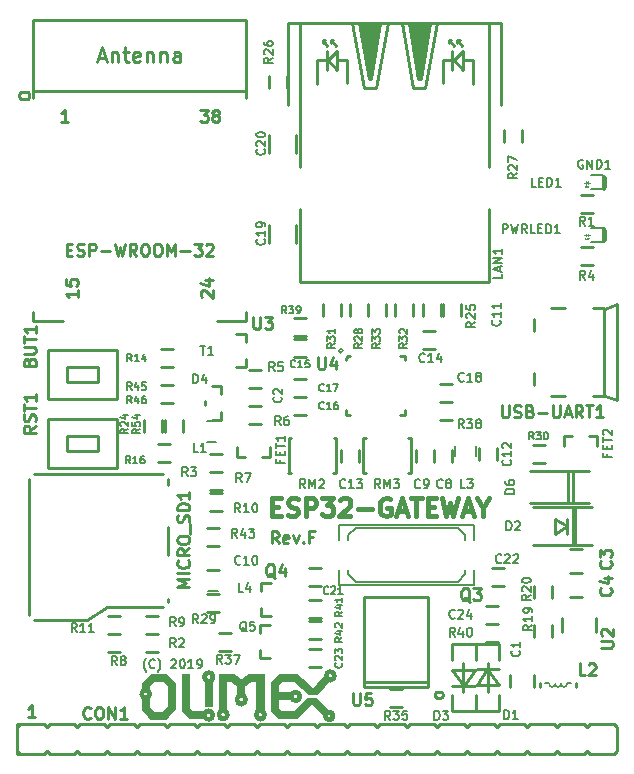
<source format=gbr>
G04 #@! TF.GenerationSoftware,KiCad,Pcbnew,5.1.0-unknown-c054944~86~ubuntu18.04.1*
G04 #@! TF.CreationDate,2019-04-30T09:52:51+03:00*
G04 #@! TF.ProjectId,ESP32-GATEWAY_Rev_F,45535033-322d-4474-9154-455741595f52,F*
G04 #@! TF.SameCoordinates,Original*
G04 #@! TF.FileFunction,Legend,Top*
G04 #@! TF.FilePolarity,Positive*
%FSLAX46Y46*%
G04 Gerber Fmt 4.6, Leading zero omitted, Abs format (unit mm)*
G04 Created by KiCad (PCBNEW 5.1.0-unknown-c054944~86~ubuntu18.04.1) date 2019-04-30 09:52:51*
%MOMM*%
%LPD*%
G04 APERTURE LIST*
%ADD10C,0.381000*%
%ADD11C,0.254000*%
%ADD12C,0.190500*%
%ADD13C,0.400000*%
%ADD14C,0.700000*%
%ADD15C,0.500000*%
%ADD16C,0.100000*%
%ADD17C,0.127000*%
%ADD18C,0.050000*%
%ADD19C,0.200000*%
%ADD20C,0.150000*%
%ADD21C,0.177800*%
%ADD22C,0.158750*%
G04 APERTURE END LIST*
D10*
X91258571Y-108349142D02*
X91766571Y-108349142D01*
X91984285Y-109147428D02*
X91258571Y-109147428D01*
X91258571Y-107623428D01*
X91984285Y-107623428D01*
X92564857Y-109074857D02*
X92782571Y-109147428D01*
X93145428Y-109147428D01*
X93290571Y-109074857D01*
X93363142Y-109002285D01*
X93435714Y-108857142D01*
X93435714Y-108712000D01*
X93363142Y-108566857D01*
X93290571Y-108494285D01*
X93145428Y-108421714D01*
X92855142Y-108349142D01*
X92710000Y-108276571D01*
X92637428Y-108204000D01*
X92564857Y-108058857D01*
X92564857Y-107913714D01*
X92637428Y-107768571D01*
X92710000Y-107696000D01*
X92855142Y-107623428D01*
X93218000Y-107623428D01*
X93435714Y-107696000D01*
X94088857Y-109147428D02*
X94088857Y-107623428D01*
X94669428Y-107623428D01*
X94814571Y-107696000D01*
X94887142Y-107768571D01*
X94959714Y-107913714D01*
X94959714Y-108131428D01*
X94887142Y-108276571D01*
X94814571Y-108349142D01*
X94669428Y-108421714D01*
X94088857Y-108421714D01*
X95467714Y-107623428D02*
X96411142Y-107623428D01*
X95903142Y-108204000D01*
X96120857Y-108204000D01*
X96266000Y-108276571D01*
X96338571Y-108349142D01*
X96411142Y-108494285D01*
X96411142Y-108857142D01*
X96338571Y-109002285D01*
X96266000Y-109074857D01*
X96120857Y-109147428D01*
X95685428Y-109147428D01*
X95540285Y-109074857D01*
X95467714Y-109002285D01*
X96991714Y-107768571D02*
X97064285Y-107696000D01*
X97209428Y-107623428D01*
X97572285Y-107623428D01*
X97717428Y-107696000D01*
X97790000Y-107768571D01*
X97862571Y-107913714D01*
X97862571Y-108058857D01*
X97790000Y-108276571D01*
X96919142Y-109147428D01*
X97862571Y-109147428D01*
X98515714Y-108566857D02*
X99676857Y-108566857D01*
X101200857Y-107696000D02*
X101055714Y-107623428D01*
X100838000Y-107623428D01*
X100620285Y-107696000D01*
X100475142Y-107841142D01*
X100402571Y-107986285D01*
X100330000Y-108276571D01*
X100330000Y-108494285D01*
X100402571Y-108784571D01*
X100475142Y-108929714D01*
X100620285Y-109074857D01*
X100838000Y-109147428D01*
X100983142Y-109147428D01*
X101200857Y-109074857D01*
X101273428Y-109002285D01*
X101273428Y-108494285D01*
X100983142Y-108494285D01*
X101854000Y-108712000D02*
X102579714Y-108712000D01*
X101708857Y-109147428D02*
X102216857Y-107623428D01*
X102724857Y-109147428D01*
X103015142Y-107623428D02*
X103886000Y-107623428D01*
X103450571Y-109147428D02*
X103450571Y-107623428D01*
X104394000Y-108349142D02*
X104902000Y-108349142D01*
X105119714Y-109147428D02*
X104394000Y-109147428D01*
X104394000Y-107623428D01*
X105119714Y-107623428D01*
X105627714Y-107623428D02*
X105990571Y-109147428D01*
X106280857Y-108058857D01*
X106571142Y-109147428D01*
X106934000Y-107623428D01*
X107442000Y-108712000D02*
X108167714Y-108712000D01*
X107296857Y-109147428D02*
X107804857Y-107623428D01*
X108312857Y-109147428D01*
X109111142Y-108421714D02*
X109111142Y-109147428D01*
X108603142Y-107623428D02*
X109111142Y-108421714D01*
X109619142Y-107623428D01*
D11*
X71156285Y-126189619D02*
X70575714Y-126189619D01*
X70866000Y-126189619D02*
X70866000Y-125173619D01*
X70769238Y-125318761D01*
X70672476Y-125415523D01*
X70575714Y-125463904D01*
X91778666Y-111457619D02*
X91440000Y-110973809D01*
X91198095Y-111457619D02*
X91198095Y-110441619D01*
X91585142Y-110441619D01*
X91681904Y-110490000D01*
X91730285Y-110538380D01*
X91778666Y-110635142D01*
X91778666Y-110780285D01*
X91730285Y-110877047D01*
X91681904Y-110925428D01*
X91585142Y-110973809D01*
X91198095Y-110973809D01*
X92601142Y-111409238D02*
X92504380Y-111457619D01*
X92310857Y-111457619D01*
X92214095Y-111409238D01*
X92165714Y-111312476D01*
X92165714Y-110925428D01*
X92214095Y-110828666D01*
X92310857Y-110780285D01*
X92504380Y-110780285D01*
X92601142Y-110828666D01*
X92649523Y-110925428D01*
X92649523Y-111022190D01*
X92165714Y-111118952D01*
X92988190Y-110780285D02*
X93230095Y-111457619D01*
X93472000Y-110780285D01*
X93859047Y-111360857D02*
X93907428Y-111409238D01*
X93859047Y-111457619D01*
X93810666Y-111409238D01*
X93859047Y-111360857D01*
X93859047Y-111457619D01*
X94681523Y-110925428D02*
X94342857Y-110925428D01*
X94342857Y-111457619D02*
X94342857Y-110441619D01*
X94826666Y-110441619D01*
D12*
X80572428Y-122301000D02*
X80536142Y-122264714D01*
X80463571Y-122155857D01*
X80427285Y-122083285D01*
X80391000Y-121974428D01*
X80354714Y-121793000D01*
X80354714Y-121647857D01*
X80391000Y-121466428D01*
X80427285Y-121357571D01*
X80463571Y-121285000D01*
X80536142Y-121176142D01*
X80572428Y-121139857D01*
X81298142Y-121938142D02*
X81261857Y-121974428D01*
X81153000Y-122010714D01*
X81080428Y-122010714D01*
X80971571Y-121974428D01*
X80899000Y-121901857D01*
X80862714Y-121829285D01*
X80826428Y-121684142D01*
X80826428Y-121575285D01*
X80862714Y-121430142D01*
X80899000Y-121357571D01*
X80971571Y-121285000D01*
X81080428Y-121248714D01*
X81153000Y-121248714D01*
X81261857Y-121285000D01*
X81298142Y-121321285D01*
X81552142Y-122301000D02*
X81588428Y-122264714D01*
X81661000Y-122155857D01*
X81697285Y-122083285D01*
X81733571Y-121974428D01*
X81769857Y-121793000D01*
X81769857Y-121647857D01*
X81733571Y-121466428D01*
X81697285Y-121357571D01*
X81661000Y-121285000D01*
X81588428Y-121176142D01*
X81552142Y-121139857D01*
X82677000Y-121321285D02*
X82713285Y-121285000D01*
X82785857Y-121248714D01*
X82967285Y-121248714D01*
X83039857Y-121285000D01*
X83076142Y-121321285D01*
X83112428Y-121393857D01*
X83112428Y-121466428D01*
X83076142Y-121575285D01*
X82640714Y-122010714D01*
X83112428Y-122010714D01*
X83584142Y-121248714D02*
X83656714Y-121248714D01*
X83729285Y-121285000D01*
X83765571Y-121321285D01*
X83801857Y-121393857D01*
X83838142Y-121539000D01*
X83838142Y-121720428D01*
X83801857Y-121865571D01*
X83765571Y-121938142D01*
X83729285Y-121974428D01*
X83656714Y-122010714D01*
X83584142Y-122010714D01*
X83511571Y-121974428D01*
X83475285Y-121938142D01*
X83439000Y-121865571D01*
X83402714Y-121720428D01*
X83402714Y-121539000D01*
X83439000Y-121393857D01*
X83475285Y-121321285D01*
X83511571Y-121285000D01*
X83584142Y-121248714D01*
X84563857Y-122010714D02*
X84128428Y-122010714D01*
X84346142Y-122010714D02*
X84346142Y-121248714D01*
X84273571Y-121357571D01*
X84201000Y-121430142D01*
X84128428Y-121466428D01*
X84926714Y-122010714D02*
X85071857Y-122010714D01*
X85144428Y-121974428D01*
X85180714Y-121938142D01*
X85253285Y-121829285D01*
X85289571Y-121684142D01*
X85289571Y-121393857D01*
X85253285Y-121321285D01*
X85217000Y-121285000D01*
X85144428Y-121248714D01*
X84999285Y-121248714D01*
X84926714Y-121285000D01*
X84890428Y-121321285D01*
X84854142Y-121393857D01*
X84854142Y-121575285D01*
X84890428Y-121647857D01*
X84926714Y-121684142D01*
X84999285Y-121720428D01*
X85144428Y-121720428D01*
X85217000Y-121684142D01*
X85253285Y-121647857D01*
X85289571Y-121575285D01*
D11*
X98600260Y-67360800D02*
X100401120Y-67360800D01*
X99400360Y-72161400D02*
X98600260Y-67360800D01*
X99601020Y-72161400D02*
X99400360Y-72161400D01*
X100401120Y-67360800D02*
X99601020Y-72161400D01*
X102798880Y-67360800D02*
X104599740Y-67360800D01*
X103598980Y-72161400D02*
X102798880Y-67360800D01*
X103799640Y-72161400D02*
X103598980Y-72161400D01*
X104599740Y-67360800D02*
X103799640Y-72161400D01*
X110600000Y-67359000D02*
X110600000Y-74359000D01*
X109600000Y-67359000D02*
X110600000Y-67359000D01*
X92600000Y-67359000D02*
X92600000Y-74359000D01*
X93600000Y-67359000D02*
X92600000Y-67359000D01*
X99001580Y-72859900D02*
X98000820Y-67360800D01*
X100002340Y-72859900D02*
X99001580Y-72859900D01*
X101000560Y-67360800D02*
X100002340Y-72859900D01*
X103197660Y-72859900D02*
X102199440Y-67360800D01*
X104198420Y-72859900D02*
X103197660Y-72859900D01*
X105199180Y-67360800D02*
X104198420Y-72859900D01*
X95501460Y-68859400D02*
X95501460Y-69060060D01*
X95501460Y-68859400D02*
X95702120Y-68859400D01*
X95900240Y-69359780D02*
X95501460Y-68859400D01*
X96202500Y-68859400D02*
X96202500Y-69060060D01*
X96202500Y-68859400D02*
X96400620Y-68859400D01*
X96601280Y-69359780D02*
X96202500Y-68859400D01*
X97533460Y-70561200D02*
X97533460Y-72499220D01*
X96832420Y-70561200D02*
X97533460Y-70561200D01*
X95834200Y-69761100D02*
X95834200Y-71361300D01*
X95933260Y-70561200D02*
X96733360Y-71361300D01*
X96733360Y-69761100D02*
X95933260Y-70561200D01*
X96733360Y-69761100D02*
X96733360Y-71361300D01*
X95034100Y-70561200D02*
X95732600Y-70561200D01*
X95034100Y-72588120D02*
X95034100Y-70561200D01*
X106199940Y-68859400D02*
X106199940Y-69060060D01*
X106199940Y-68859400D02*
X106398060Y-68859400D01*
X106598720Y-69359780D02*
X106199940Y-68859400D01*
X106898440Y-68859400D02*
X106898440Y-69060060D01*
X106898440Y-68859400D02*
X107099100Y-68859400D01*
X107299760Y-69359780D02*
X106898440Y-68859400D01*
X105700000Y-70559000D02*
X105700000Y-72459000D01*
X106398060Y-70561200D02*
X105699560Y-70561200D01*
X106499660Y-71361300D02*
X106499660Y-69761100D01*
X106598720Y-70561200D02*
X107398820Y-69761100D01*
X107398820Y-71361300D02*
X106598720Y-70561200D01*
X107400000Y-71359000D02*
X107400000Y-69759000D01*
X108200000Y-70559000D02*
X107500000Y-70559000D01*
X108200000Y-72559000D02*
X108200000Y-70559000D01*
X109600000Y-83109000D02*
X109600000Y-89359000D01*
X109600000Y-67359000D02*
X109600000Y-79609000D01*
X93600000Y-67359000D02*
X109600000Y-67359000D01*
X93600000Y-79609000D02*
X93600000Y-67359000D01*
X93600000Y-89359000D02*
X93600000Y-83109000D01*
X109600000Y-89359000D02*
X93600000Y-89359000D01*
X103700000Y-72159000D02*
X103050000Y-67369000D01*
X103710000Y-72009000D02*
X104360000Y-67379000D01*
X103720000Y-71399000D02*
X103160000Y-67369000D01*
X103710000Y-71109000D02*
X104120000Y-67379000D01*
X103730000Y-70589000D02*
X103370000Y-67379000D01*
X103680000Y-69879000D02*
X103870000Y-67369000D01*
X103770000Y-68999000D02*
X103570000Y-67359000D01*
X103600000Y-68229000D02*
X103740000Y-67419000D01*
X99510000Y-71969000D02*
X98790000Y-67369000D01*
X99500000Y-71799000D02*
X100170000Y-67379000D01*
X99510000Y-71219000D02*
X98990000Y-67489000D01*
X99450000Y-70749000D02*
X99930000Y-67389000D01*
X99580000Y-69999000D02*
X99180000Y-67429000D01*
X99550000Y-69579000D02*
X99700000Y-67399000D01*
X99620000Y-68969000D02*
X99340000Y-67389000D01*
X99510000Y-68259000D02*
X99510000Y-67389000D01*
X77284580Y-116852700D02*
X75577700Y-117944900D01*
X70609460Y-106027220D02*
X70609460Y-117513100D01*
X71038720Y-105585260D02*
X81975960Y-105585260D01*
X71038720Y-117944900D02*
X75557380Y-117944900D01*
X82405220Y-116123720D02*
X82405220Y-116423440D01*
X82405220Y-110025180D02*
X82405220Y-112473740D01*
X82405220Y-106017060D02*
X82405220Y-106486960D01*
X81975960Y-116852700D02*
X77284580Y-116852700D01*
D13*
X80868147Y-124206000D02*
G75*
G03X80868147Y-124206000I-337447J0D01*
G01*
D14*
X80518000Y-123431300D02*
X81026000Y-122923300D01*
X82118200Y-122847100D02*
X82753200Y-123456700D01*
X82727800Y-125412500D02*
X82169000Y-125996700D01*
X84353400Y-126009400D02*
X83896200Y-125552200D01*
X85339200Y-126009400D02*
X84353400Y-126009400D01*
D13*
X86218324Y-125984000D02*
G75*
G03X86218324Y-125984000I-366324J0D01*
G01*
D14*
X85852000Y-123291600D02*
X85852000Y-124891800D01*
D13*
X86238218Y-122758200D02*
G75*
G03X86238218Y-122758200I-373518J0D01*
G01*
X87443559Y-125958600D02*
G75*
G03X87443559Y-125958600I-359659J0D01*
G01*
D14*
X87071200Y-125450600D02*
X87071200Y-122859800D01*
X87071200Y-122859800D02*
X87909400Y-122859800D01*
X87909400Y-122859800D02*
X88519000Y-123367800D01*
X88620600Y-124155200D02*
X88620600Y-123444000D01*
X88696800Y-123367800D02*
X89331800Y-122859800D01*
D13*
X88991518Y-124688600D02*
G75*
G03X88991518Y-124688600I-370918J0D01*
G01*
D14*
X89331800Y-122859800D02*
X90220800Y-122859800D01*
D13*
X90596729Y-125971300D02*
G75*
G03X90596729Y-125971300I-363229J0D01*
G01*
X96392266Y-126060200D02*
G75*
G03X96392266Y-126060200I-329466J0D01*
G01*
D14*
X95732600Y-125704600D02*
X94894400Y-124891800D01*
D15*
X94386400Y-124790200D02*
X94919800Y-124790200D01*
D14*
X93243400Y-126009400D02*
X94386400Y-124891800D01*
X91922600Y-126009400D02*
X93243400Y-126009400D01*
X91490800Y-125577600D02*
X91922600Y-126009400D01*
X91490800Y-123342400D02*
X91490800Y-125577600D01*
X91490800Y-123317000D02*
X91973400Y-122809000D01*
X92021500Y-122834400D02*
X93243400Y-122834400D01*
X93243400Y-122834400D02*
X94335600Y-123901200D01*
D15*
X94361000Y-124015500D02*
X94919800Y-124015500D01*
D14*
X95783400Y-123024900D02*
X94919800Y-123918600D01*
D13*
X96511135Y-122669300D02*
G75*
G03X96511135Y-122669300I-359435J0D01*
G01*
D14*
X92710000Y-124409200D02*
X91490800Y-124409200D01*
D13*
X93577659Y-124409200D02*
G75*
G03X93577659Y-124409200I-359659J0D01*
G01*
D14*
X81089500Y-126022100D02*
X82130900Y-126022100D01*
X80530700Y-125463300D02*
X80530700Y-124701300D01*
X80518000Y-125450600D02*
X81102200Y-126022100D01*
X80518000Y-123482100D02*
X80518000Y-123723400D01*
X82740500Y-123444000D02*
X82740500Y-125374400D01*
X82118200Y-122834400D02*
X81114900Y-122834400D01*
X90233500Y-122847100D02*
X90233500Y-125450600D01*
X83896200Y-125564900D02*
X83896200Y-122834400D01*
D16*
X83896200Y-122491500D02*
X83616800Y-122491500D01*
X83591400Y-122491500D02*
X83591400Y-125641100D01*
X83604100Y-122491500D02*
X83591400Y-122491500D01*
X83616800Y-122491500D02*
X83604100Y-122491500D01*
X83731100Y-122580400D02*
X83667600Y-122567700D01*
X84213700Y-122491500D02*
X84213700Y-125526800D01*
X83908900Y-122491500D02*
X84213700Y-122491500D01*
X84035900Y-122567700D02*
X84150200Y-122567700D01*
X85534500Y-123177300D02*
X85534500Y-125196600D01*
X86169500Y-125196600D02*
X86169500Y-123177300D01*
X86144100Y-125196600D02*
X86169500Y-125196600D01*
X85534500Y-125196600D02*
X86144100Y-125196600D01*
X85674200Y-125133100D02*
X85610700Y-125133100D01*
X86017100Y-125133100D02*
X86106000Y-125133100D01*
X86753700Y-125539500D02*
X86753700Y-122555000D01*
X87998300Y-122542300D02*
X88582500Y-123024900D01*
X86753700Y-122542300D02*
X87998300Y-122542300D01*
X86906100Y-122605800D02*
X86829900Y-122605800D01*
X90563700Y-125564900D02*
X90563700Y-122555000D01*
X89242900Y-122542300D02*
X88620600Y-123037600D01*
X89268300Y-122542300D02*
X89242900Y-122542300D01*
X90563700Y-122542300D02*
X89268300Y-122542300D01*
X90563700Y-122555000D02*
X90563700Y-122542300D01*
X90411300Y-122618500D02*
X90512900Y-122618500D01*
X93357700Y-122504200D02*
X94615000Y-123748800D01*
X93306900Y-122504200D02*
X93357700Y-122504200D01*
X91935300Y-122504200D02*
X93306900Y-122504200D01*
D11*
X90297000Y-98298000D02*
X89281000Y-98298000D01*
X90297000Y-96774000D02*
X89281000Y-96774000D01*
D17*
X85674200Y-101092000D02*
X86512400Y-101092000D01*
X85674200Y-102870000D02*
X86512400Y-102870000D01*
D11*
X89280999Y-98298000D02*
X90296999Y-98298000D01*
X89280999Y-99822000D02*
X90296999Y-99822000D01*
X89027000Y-96545400D02*
X89027000Y-95834200D01*
X88188800Y-96545400D02*
X89027000Y-96545400D01*
X88188800Y-93700600D02*
X89027000Y-93700600D01*
X89027000Y-94411800D02*
X89027000Y-93700600D01*
X89280999Y-99822000D02*
X90296999Y-99822000D01*
X89280999Y-101346000D02*
X90296999Y-101346000D01*
X88239600Y-104140000D02*
X88950800Y-104140000D01*
X88239600Y-103301800D02*
X88239600Y-104140000D01*
X91084400Y-103301800D02*
X91084400Y-104140000D01*
X90373200Y-104140000D02*
X91084400Y-104140000D01*
D13*
X116774000Y-111457000D02*
X116774000Y-108457000D01*
D11*
X118323360Y-111584740D02*
X113324640Y-111584740D01*
X113324640Y-108379260D02*
X118323360Y-108379260D01*
X115189000Y-109347000D02*
X115189000Y-110617000D01*
X115189000Y-110617000D02*
X116205000Y-109982000D01*
X115189000Y-109347000D02*
X116205000Y-109982000D01*
X116205000Y-109347000D02*
X116205000Y-110617000D01*
X86995000Y-105410000D02*
X85979000Y-105410000D01*
X86995000Y-103886000D02*
X85979000Y-103886000D01*
X81534000Y-120650000D02*
X80518000Y-120650000D01*
X81534000Y-119126000D02*
X80518000Y-119126000D01*
X117348000Y-81915000D02*
X118364000Y-81915000D01*
X117348000Y-83439000D02*
X118364000Y-83439000D01*
D17*
X119253000Y-81483200D02*
X118237000Y-81483200D01*
X118237000Y-80264000D02*
X119253000Y-80264000D01*
D16*
X117596000Y-80899000D02*
X118116000Y-80899000D01*
X117766000Y-80789000D02*
X117766000Y-81009000D01*
X117766000Y-80789000D02*
X117876000Y-80889000D01*
X117766000Y-81009000D02*
X117866000Y-80909000D01*
X117956000Y-80789000D02*
X117956000Y-81009000D01*
D18*
X118033800Y-81144600D02*
X117903800Y-81254600D01*
X117902200Y-81253600D02*
X117982200Y-81243600D01*
X117902200Y-81253600D02*
X117902200Y-81173600D01*
X117686800Y-81253600D02*
X117686800Y-81173600D01*
X117686800Y-81253600D02*
X117766800Y-81243600D01*
X117826800Y-81123600D02*
X117696800Y-81233600D01*
D11*
X119265700Y-80327500D02*
X119418100Y-80454500D01*
X119265700Y-81419700D02*
X119405400Y-81292700D01*
X119418100Y-80454500D02*
X119418100Y-81280000D01*
X119253000Y-81381600D02*
X119253000Y-80340200D01*
X69596000Y-126746000D02*
X69596000Y-129286000D01*
X74676000Y-129032000D02*
X74930000Y-129286000D01*
X74422000Y-129286000D02*
X74676000Y-129032000D01*
X71882000Y-129286000D02*
X70104000Y-129286000D01*
X72136000Y-129032000D02*
X71882000Y-129286000D01*
X72390000Y-129286000D02*
X72136000Y-129032000D01*
X74422000Y-129286000D02*
X72390000Y-129286000D01*
X70104000Y-129286000D02*
X69596000Y-129286000D01*
X69850000Y-129286000D02*
X69596000Y-129032000D01*
X69596000Y-127000000D02*
X69850000Y-126746000D01*
X76962000Y-129286000D02*
X74930000Y-129286000D01*
X77216000Y-129032000D02*
X76962000Y-129286000D01*
X80010000Y-129286000D02*
X79756000Y-129032000D01*
X79502000Y-129286000D02*
X77470000Y-129286000D01*
X79756000Y-129032000D02*
X79502000Y-129286000D01*
X79502000Y-126746000D02*
X79756000Y-127000000D01*
X77470000Y-126746000D02*
X79502000Y-126746000D01*
X77216000Y-127000000D02*
X77470000Y-126746000D01*
X76962000Y-126746000D02*
X77216000Y-127000000D01*
X74930000Y-126746000D02*
X76962000Y-126746000D01*
X74676000Y-127000000D02*
X74930000Y-126746000D01*
X74422000Y-126746000D02*
X74676000Y-127000000D01*
X72390000Y-126746000D02*
X74422000Y-126746000D01*
X72136000Y-127000000D02*
X72390000Y-126746000D01*
X71882000Y-126746000D02*
X72136000Y-127000000D01*
X69850000Y-126746000D02*
X71882000Y-126746000D01*
X69596000Y-126746000D02*
X69850000Y-126746000D01*
X79756000Y-127000000D02*
X80010000Y-126746000D01*
X80010000Y-126746000D02*
X82042000Y-126746000D01*
X84582000Y-126746000D02*
X84836000Y-127000000D01*
X82042000Y-129286000D02*
X80010000Y-129286000D01*
X77470000Y-129286000D02*
X77216000Y-129032000D01*
X84836000Y-129032000D02*
X84582000Y-129286000D01*
X82550000Y-126746000D02*
X84582000Y-126746000D01*
X82296000Y-127000000D02*
X82550000Y-126746000D01*
X84582000Y-129286000D02*
X82550000Y-129286000D01*
X82296000Y-129032000D02*
X82042000Y-129286000D01*
X82550000Y-129286000D02*
X82296000Y-129032000D01*
X82042000Y-126746000D02*
X82296000Y-127000000D01*
X84582000Y-126746000D02*
X84836000Y-127000000D01*
X84836000Y-129032000D02*
X84582000Y-129286000D01*
X84582000Y-129286000D02*
X82550000Y-129286000D01*
X82550000Y-126746000D02*
X84582000Y-126746000D01*
X82296000Y-127000000D02*
X82550000Y-126746000D01*
X82550000Y-129286000D02*
X82296000Y-129032000D01*
X87630000Y-129286000D02*
X87376000Y-129032000D01*
X87376000Y-127000000D02*
X87630000Y-126746000D01*
X87630000Y-126746000D02*
X89662000Y-126746000D01*
X89662000Y-129286000D02*
X87630000Y-129286000D01*
X89916000Y-129032000D02*
X89662000Y-129286000D01*
X89662000Y-126746000D02*
X89916000Y-127000000D01*
X87122000Y-126746000D02*
X87376000Y-127000000D01*
X87630000Y-129286000D02*
X87376000Y-129032000D01*
X87376000Y-129032000D02*
X87122000Y-129286000D01*
X89662000Y-129286000D02*
X87630000Y-129286000D01*
X87376000Y-127000000D02*
X87630000Y-126746000D01*
X87630000Y-126746000D02*
X89662000Y-126746000D01*
X89916000Y-129032000D02*
X89662000Y-129286000D01*
X87122000Y-129286000D02*
X85090000Y-129286000D01*
X89662000Y-126746000D02*
X89916000Y-127000000D01*
X85090000Y-126746000D02*
X87122000Y-126746000D01*
X84836000Y-127000000D02*
X85090000Y-126746000D01*
X85090000Y-129286000D02*
X84836000Y-129032000D01*
X90170000Y-129286000D02*
X89916000Y-129032000D01*
X89916000Y-127000000D02*
X90170000Y-126746000D01*
X90170000Y-126746000D02*
X92202000Y-126746000D01*
X94742000Y-126746000D02*
X94996000Y-127000000D01*
X92202000Y-129286000D02*
X90170000Y-129286000D01*
X94996000Y-129032000D02*
X94742000Y-129286000D01*
X92710000Y-126746000D02*
X94742000Y-126746000D01*
X92456000Y-127000000D02*
X92710000Y-126746000D01*
X94742000Y-129286000D02*
X92710000Y-129286000D01*
X92456000Y-129032000D02*
X92202000Y-129286000D01*
X92710000Y-129286000D02*
X92456000Y-129032000D01*
X92202000Y-126746000D02*
X92456000Y-127000000D01*
X94742000Y-126746000D02*
X94996000Y-127000000D01*
X94996000Y-129032000D02*
X94742000Y-129286000D01*
X94742000Y-129286000D02*
X92710000Y-129286000D01*
X92710000Y-126746000D02*
X94742000Y-126746000D01*
X92456000Y-127000000D02*
X92710000Y-126746000D01*
X92710000Y-129286000D02*
X92456000Y-129032000D01*
X97790000Y-129286000D02*
X97536000Y-129032000D01*
X97536000Y-127000000D02*
X97790000Y-126746000D01*
X97790000Y-126746000D02*
X99822000Y-126746000D01*
X99822000Y-129286000D02*
X97790000Y-129286000D01*
X100076000Y-129032000D02*
X99822000Y-129286000D01*
X99822000Y-126746000D02*
X100076000Y-127000000D01*
X97282000Y-126746000D02*
X97536000Y-127000000D01*
X97790000Y-129286000D02*
X97536000Y-129032000D01*
X97536000Y-129032000D02*
X97282000Y-129286000D01*
X99822000Y-129286000D02*
X97790000Y-129286000D01*
X97536000Y-127000000D02*
X97790000Y-126746000D01*
X97790000Y-126746000D02*
X99822000Y-126746000D01*
X100076000Y-129032000D02*
X99822000Y-129286000D01*
X97282000Y-129286000D02*
X95250000Y-129286000D01*
X99822000Y-126746000D02*
X100076000Y-127000000D01*
X95250000Y-126746000D02*
X97282000Y-126746000D01*
X94996000Y-127000000D02*
X95250000Y-126746000D01*
X95250000Y-129286000D02*
X94996000Y-129032000D01*
X100330000Y-129286000D02*
X100076000Y-129032000D01*
X100076000Y-127000000D02*
X100330000Y-126746000D01*
X100330000Y-126746000D02*
X102362000Y-126746000D01*
X104902000Y-126746000D02*
X105156000Y-127000000D01*
X102362000Y-129286000D02*
X100330000Y-129286000D01*
X105156000Y-129032000D02*
X104902000Y-129286000D01*
X102870000Y-126746000D02*
X104902000Y-126746000D01*
X102616000Y-127000000D02*
X102870000Y-126746000D01*
X104902000Y-129286000D02*
X102870000Y-129286000D01*
X102616000Y-129032000D02*
X102362000Y-129286000D01*
X102870000Y-129286000D02*
X102616000Y-129032000D01*
X102362000Y-126746000D02*
X102616000Y-127000000D01*
X104902000Y-126746000D02*
X105156000Y-127000000D01*
X105156000Y-129032000D02*
X104902000Y-129286000D01*
X104902000Y-129286000D02*
X102870000Y-129286000D01*
X102870000Y-126746000D02*
X104902000Y-126746000D01*
X102616000Y-127000000D02*
X102870000Y-126746000D01*
X102870000Y-129286000D02*
X102616000Y-129032000D01*
X107950000Y-129286000D02*
X107696000Y-129032000D01*
X107696000Y-127000000D02*
X107950000Y-126746000D01*
X107950000Y-126746000D02*
X109982000Y-126746000D01*
X109982000Y-129286000D02*
X107950000Y-129286000D01*
X110236000Y-129032000D02*
X109982000Y-129286000D01*
X109982000Y-126746000D02*
X110236000Y-127000000D01*
X107442000Y-126746000D02*
X107696000Y-127000000D01*
X107950000Y-129286000D02*
X107696000Y-129032000D01*
X107696000Y-129032000D02*
X107442000Y-129286000D01*
X109982000Y-129286000D02*
X107950000Y-129286000D01*
X107696000Y-127000000D02*
X107950000Y-126746000D01*
X107950000Y-126746000D02*
X109982000Y-126746000D01*
X110236000Y-129032000D02*
X109982000Y-129286000D01*
X107442000Y-129286000D02*
X105410000Y-129286000D01*
X109982000Y-126746000D02*
X110236000Y-127000000D01*
X105410000Y-126746000D02*
X107442000Y-126746000D01*
X105156000Y-127000000D02*
X105410000Y-126746000D01*
X105410000Y-129286000D02*
X105156000Y-129032000D01*
X115570000Y-129286000D02*
X115316000Y-129032000D01*
X115316000Y-127000000D02*
X115570000Y-126746000D01*
X115570000Y-126746000D02*
X117602000Y-126746000D01*
X120142000Y-126746000D02*
X120396000Y-127000000D01*
X117602000Y-129286000D02*
X115570000Y-129286000D01*
X120396000Y-129032000D02*
X120142000Y-129286000D01*
X120396000Y-127000000D02*
X120396000Y-129032000D01*
X118110000Y-126746000D02*
X120142000Y-126746000D01*
X117856000Y-127000000D02*
X118110000Y-126746000D01*
X120142000Y-129286000D02*
X118110000Y-129286000D01*
X117856000Y-129032000D02*
X117602000Y-129286000D01*
X118110000Y-129286000D02*
X117856000Y-129032000D01*
X117602000Y-126746000D02*
X117856000Y-127000000D01*
X120142000Y-126746000D02*
X120396000Y-127000000D01*
X120396000Y-129032000D02*
X120142000Y-129286000D01*
X120142000Y-129286000D02*
X118110000Y-129286000D01*
X118110000Y-126746000D02*
X120142000Y-126746000D01*
X117856000Y-127000000D02*
X118110000Y-126746000D01*
X118110000Y-129286000D02*
X117856000Y-129032000D01*
X113030000Y-129286000D02*
X112776000Y-129032000D01*
X112776000Y-127000000D02*
X113030000Y-126746000D01*
X113030000Y-126746000D02*
X115062000Y-126746000D01*
X115062000Y-129286000D02*
X113030000Y-129286000D01*
X115316000Y-129032000D02*
X115062000Y-129286000D01*
X115062000Y-126746000D02*
X115316000Y-127000000D01*
X112522000Y-126746000D02*
X112776000Y-127000000D01*
X113030000Y-129286000D02*
X112776000Y-129032000D01*
X112776000Y-129032000D02*
X112522000Y-129286000D01*
X115062000Y-129286000D02*
X113030000Y-129286000D01*
X112776000Y-127000000D02*
X113030000Y-126746000D01*
X113030000Y-126746000D02*
X115062000Y-126746000D01*
X115316000Y-129032000D02*
X115062000Y-129286000D01*
X112522000Y-129286000D02*
X110490000Y-129286000D01*
X115062000Y-126746000D02*
X115316000Y-127000000D01*
X110490000Y-126746000D02*
X112522000Y-126746000D01*
X110236000Y-127000000D02*
X110490000Y-126746000D01*
X110490000Y-129286000D02*
X110236000Y-129032000D01*
X119367000Y-91550000D02*
X119367000Y-98950000D01*
X114867000Y-98950000D02*
X116067000Y-98950000D01*
X113367000Y-97050000D02*
X113367000Y-98050000D01*
X113367000Y-92450000D02*
X113367000Y-93450000D01*
X118367000Y-91550000D02*
X119367000Y-91550000D01*
X120467000Y-91186000D02*
X120467000Y-99314000D01*
X119367000Y-98950000D02*
X118367000Y-98950000D01*
X114867000Y-91550000D02*
X116067000Y-91550000D01*
X120396000Y-91186000D02*
X119380000Y-91567000D01*
X120396000Y-99314000D02*
X119380000Y-98933000D01*
X87757000Y-120523000D02*
X86741000Y-120523000D01*
X87757000Y-118999000D02*
X86741000Y-118999000D01*
X117475000Y-115951000D02*
X116459000Y-115951000D01*
X117475000Y-113919000D02*
X116459000Y-113919000D01*
X117475000Y-113919000D02*
X116459000Y-113919000D01*
X117475000Y-111887000D02*
X116459000Y-111887000D01*
X113411000Y-116078000D02*
X113411000Y-115062000D01*
X114935000Y-116078000D02*
X114935000Y-115062000D01*
X114935000Y-118364000D02*
X114935000Y-119380000D01*
X113411000Y-118364000D02*
X113411000Y-119380000D01*
X118364000Y-87884000D02*
X117348000Y-87884000D01*
X118364000Y-86360000D02*
X117348000Y-86360000D01*
X83693000Y-100965000D02*
X83693000Y-101981000D01*
X82169000Y-100965000D02*
X82169000Y-101981000D01*
X81788000Y-98044000D02*
X82804000Y-98044000D01*
X81788000Y-99568000D02*
X82804000Y-99568000D01*
X82804000Y-98044000D02*
X81788000Y-98044000D01*
X82804000Y-96520000D02*
X81788000Y-96520000D01*
X95377000Y-119507000D02*
X94361000Y-119507000D01*
X95377000Y-117983000D02*
X94361000Y-117983000D01*
X114300000Y-104648000D02*
X113284000Y-104648000D01*
X114300000Y-103124000D02*
X113284000Y-103124000D01*
X116260000Y-108030000D02*
X116260000Y-105330000D01*
X113070000Y-108030000D02*
X118070000Y-108030000D01*
X116700000Y-108030000D02*
X116700000Y-105330000D01*
X118070000Y-105330000D02*
X113070000Y-105330000D01*
X109347000Y-116713000D02*
X110363000Y-116713000D01*
X109347000Y-118237000D02*
X110363000Y-118237000D01*
X95377000Y-121920000D02*
X94361000Y-121920000D01*
X95377000Y-120396000D02*
X94361000Y-120396000D01*
X109855000Y-113538000D02*
X110871000Y-113538000D01*
X109855000Y-115062000D02*
X110871000Y-115062000D01*
X95377000Y-115062000D02*
X94361000Y-115062000D01*
X95377000Y-113538000D02*
X94361000Y-113538000D01*
X90932000Y-76835000D02*
X90932000Y-78359000D01*
X93218000Y-76835000D02*
X93218000Y-78359000D01*
X93218000Y-85979000D02*
X93218000Y-84455000D01*
X90932000Y-85979000D02*
X90932000Y-84455000D01*
X86741000Y-111633000D02*
X85725000Y-111633000D01*
X86741000Y-110109000D02*
X85725000Y-110109000D01*
X95377000Y-117729000D02*
X94361000Y-117729000D01*
X95377000Y-116205000D02*
X94361000Y-116205000D01*
X109347000Y-118237000D02*
X110363000Y-118237000D01*
X109347000Y-119761000D02*
X110363000Y-119761000D01*
X94107000Y-93853000D02*
X93091000Y-93853000D01*
X94107000Y-92329000D02*
X93091000Y-92329000D01*
X105410000Y-99441000D02*
X106426000Y-99441000D01*
X105410000Y-100965000D02*
X106426000Y-100965000D01*
X101219000Y-123761500D02*
X102235000Y-123761500D01*
X101219000Y-125285500D02*
X102235000Y-125285500D01*
X100838000Y-91186000D02*
X100838000Y-92202000D01*
X99314000Y-91186000D02*
X99314000Y-92202000D01*
X103124000Y-91186000D02*
X103124000Y-92202000D01*
X101600000Y-91186000D02*
X101600000Y-92202000D01*
X97028000Y-91186000D02*
X97028000Y-92202000D01*
X95504000Y-91186000D02*
X95504000Y-92202000D01*
X86741000Y-117221000D02*
X85725000Y-117221000D01*
X86741000Y-115697000D02*
X85725000Y-115697000D01*
X99314000Y-91186000D02*
X99314000Y-92202000D01*
X97790000Y-91186000D02*
X97790000Y-92202000D01*
X112395000Y-76454000D02*
X112395000Y-77470000D01*
X110871000Y-76454000D02*
X110871000Y-77470000D01*
X90932000Y-72898000D02*
X90932000Y-71882000D01*
X92456000Y-72898000D02*
X92456000Y-71882000D01*
X80391000Y-101981000D02*
X80391000Y-100965000D01*
X81915000Y-101981000D02*
X81915000Y-100965000D01*
X82550000Y-104521000D02*
X81534000Y-104521000D01*
X82550000Y-102997000D02*
X81534000Y-102997000D01*
X81788000Y-94996000D02*
X82804000Y-94996000D01*
X81788000Y-96520000D02*
X82804000Y-96520000D01*
D17*
X119253000Y-85928200D02*
X118237000Y-85928200D01*
X118237000Y-84709000D02*
X119253000Y-84709000D01*
D16*
X117596000Y-85344000D02*
X118116000Y-85344000D01*
X117766000Y-85234000D02*
X117766000Y-85454000D01*
X117766000Y-85234000D02*
X117876000Y-85334000D01*
X117766000Y-85454000D02*
X117866000Y-85354000D01*
X117956000Y-85234000D02*
X117956000Y-85454000D01*
D18*
X118033800Y-85589600D02*
X117903800Y-85699600D01*
X117902200Y-85698600D02*
X117982200Y-85688600D01*
X117902200Y-85698600D02*
X117902200Y-85618600D01*
X117686800Y-85698600D02*
X117686800Y-85618600D01*
X117686800Y-85698600D02*
X117766800Y-85688600D01*
X117826800Y-85568600D02*
X117696800Y-85678600D01*
D11*
X119265700Y-84772500D02*
X119418100Y-84899500D01*
X119265700Y-85864700D02*
X119405400Y-85737700D01*
X119418100Y-84899500D02*
X119418100Y-85725000D01*
X119253000Y-85826600D02*
X119253000Y-84785200D01*
X106426000Y-99441000D02*
X105410000Y-99441000D01*
X106426000Y-97917000D02*
X105410000Y-97917000D01*
X94107000Y-99060000D02*
X93091000Y-99060000D01*
X94107000Y-97536000D02*
X93091000Y-97536000D01*
X94107000Y-100584000D02*
X93091000Y-100584000D01*
X94107000Y-99060000D02*
X93091000Y-99060000D01*
X94107000Y-95631000D02*
X93091000Y-95631000D01*
X94107000Y-94107000D02*
X93091000Y-94107000D01*
X104013000Y-93472000D02*
X105029000Y-93472000D01*
X104013000Y-94996000D02*
X105029000Y-94996000D01*
X98552000Y-103505000D02*
X98552000Y-104521000D01*
X97028000Y-103505000D02*
X97028000Y-104521000D01*
X110236000Y-103378000D02*
X110236000Y-104394000D01*
X108712000Y-103378000D02*
X108712000Y-104394000D01*
X107188000Y-91186000D02*
X107188000Y-92202000D01*
X105664000Y-91186000D02*
X105664000Y-92202000D01*
X85725000Y-111633000D02*
X86741000Y-111633000D01*
X85725000Y-113665000D02*
X86741000Y-113665000D01*
X103378000Y-104521000D02*
X103378000Y-103505000D01*
X104902000Y-104521000D02*
X104902000Y-103505000D01*
X104902000Y-104521000D02*
X104902000Y-103505000D01*
X106426000Y-104521000D02*
X106426000Y-103505000D01*
X111379000Y-123571000D02*
X111379000Y-122555000D01*
X113411000Y-123571000D02*
X113411000Y-122555000D01*
D19*
X97226873Y-95145860D02*
G75*
G03X97226873Y-95145860I-176013J0D01*
G01*
D11*
X97850960Y-95544640D02*
X97624900Y-95544640D01*
X102448360Y-95544640D02*
X102047040Y-95544640D01*
X102448360Y-95945960D02*
X102448360Y-95544640D01*
X102448360Y-100543360D02*
X102448360Y-100142040D01*
X102047040Y-100543360D02*
X102448360Y-100543360D01*
X97449640Y-100543360D02*
X97850960Y-100543360D01*
X97449640Y-100142040D02*
X97449640Y-100543360D01*
X97449640Y-95719900D02*
X97449640Y-95945960D01*
X97624900Y-95544640D02*
X97449640Y-95719900D01*
X98996500Y-123190000D02*
X104457500Y-123190000D01*
X98996500Y-115951000D02*
X98996500Y-123571000D01*
X104457500Y-123571000D02*
X104457500Y-115951000D01*
X98996500Y-115951000D02*
X104457500Y-115951000D01*
X104457500Y-123571000D02*
X98996500Y-123571000D01*
D17*
X86664800Y-115443000D02*
X85826600Y-115443000D01*
X86664800Y-113665000D02*
X85826600Y-113665000D01*
D11*
X90170000Y-118338600D02*
X90170000Y-119049800D01*
X91008200Y-118338600D02*
X90170000Y-118338600D01*
X91008200Y-121183400D02*
X90170000Y-121183400D01*
X90170000Y-120472200D02*
X90170000Y-121183400D01*
X90297000Y-114782600D02*
X90297000Y-115493800D01*
X91135200Y-114782600D02*
X90297000Y-114782600D01*
X91135200Y-117627400D02*
X90297000Y-117627400D01*
X90297000Y-116916200D02*
X90297000Y-117627400D01*
X113943000Y-123244000D02*
X113943000Y-123644000D01*
X116943000Y-123244000D02*
X116943000Y-123644000D01*
D19*
X115693000Y-123344000D02*
G75*
G02X115193000Y-123344000I-250000J0D01*
G01*
X116193000Y-123344000D02*
G75*
G02X115693000Y-123344000I-250000J0D01*
G01*
X115193000Y-123344000D02*
G75*
G02X114693000Y-123344000I-250000J0D01*
G01*
X116193000Y-123294000D02*
X116543000Y-123294000D01*
X114693000Y-123294000D02*
X114343000Y-123294000D01*
D11*
X118618000Y-117805200D02*
X118618000Y-118935500D01*
X115811300Y-117805200D02*
X115811300Y-118935500D01*
X118770400Y-102362000D02*
X118059200Y-102362000D01*
X118770400Y-103200200D02*
X118770400Y-102362000D01*
X115925600Y-103200200D02*
X115925600Y-102362000D01*
X116636800Y-102362000D02*
X115925600Y-102362000D01*
D17*
X106680000Y-104063800D02*
X106680000Y-103225600D01*
X108458000Y-104063800D02*
X108458000Y-103225600D01*
D11*
X102958900Y-105486200D02*
X102958900Y-102539800D01*
X102946200Y-105486200D02*
X102768400Y-105486200D01*
X102971600Y-102539800D02*
X102755700Y-102539800D01*
X99148900Y-105486200D02*
X98958400Y-105486200D01*
X98958400Y-105486200D02*
X98958400Y-102539800D01*
X98958400Y-102539800D02*
X99174300Y-102539800D01*
X92621100Y-102539800D02*
X92621100Y-105486200D01*
X92633800Y-102539800D02*
X92811600Y-102539800D01*
X92608400Y-105486200D02*
X92824300Y-105486200D01*
X96431100Y-102539800D02*
X96621600Y-102539800D01*
X96621600Y-102539800D02*
X96621600Y-105486200D01*
X96621600Y-105486200D02*
X96405700Y-105486200D01*
D20*
X97663000Y-110744000D02*
X97663000Y-111125000D01*
X97663000Y-114046000D02*
X97663000Y-113665000D01*
X107569000Y-114046000D02*
X107569000Y-113665000D01*
X107569000Y-110744000D02*
X107569000Y-111125000D01*
X108331000Y-109855000D02*
X108331000Y-111125000D01*
X108331000Y-114935000D02*
X108331000Y-113665000D01*
X96901000Y-114935000D02*
X96901000Y-113665000D01*
X96901000Y-109855000D02*
X96901000Y-111125000D01*
X97663000Y-114046000D02*
X98298000Y-114681000D01*
X98298000Y-114681000D02*
X106934000Y-114681000D01*
X106934000Y-114681000D02*
X107569000Y-114046000D01*
X107569000Y-110744000D02*
X106934000Y-110109000D01*
X106934000Y-110109000D02*
X98298000Y-110109000D01*
X98298000Y-110109000D02*
X97663000Y-110744000D01*
X108331000Y-114935000D02*
X96901000Y-114935000D01*
X96901000Y-109855000D02*
X108331000Y-109855000D01*
D11*
X87160000Y-92633000D02*
X86560000Y-92633000D01*
X72860000Y-92633000D02*
X73510000Y-92633000D01*
X71010000Y-67133000D02*
X71010000Y-73753000D01*
X89010000Y-92633000D02*
X89010000Y-91883000D01*
X89010000Y-92633000D02*
X86560000Y-92633000D01*
X71010000Y-92633000D02*
X73510000Y-92633000D01*
X71010000Y-92633000D02*
X71010000Y-91883000D01*
X89010000Y-67133000D02*
X89010000Y-73753000D01*
X71010000Y-73133000D02*
X89010000Y-73133000D01*
X71010000Y-67133000D02*
X89010000Y-67133000D01*
X76484000Y-102397000D02*
X76484000Y-103597000D01*
X76484000Y-103597000D02*
X73884000Y-103597000D01*
X73884000Y-102397000D02*
X73884000Y-103597000D01*
X76484000Y-102397000D02*
X73884000Y-102397000D01*
X72284000Y-105097000D02*
X78084000Y-105097000D01*
X72284000Y-100897000D02*
X72284000Y-105097000D01*
X78084000Y-100897000D02*
X72284000Y-100897000D01*
X78084000Y-105097000D02*
X78084000Y-100897000D01*
X76484000Y-96555000D02*
X76484000Y-97755000D01*
X76484000Y-97755000D02*
X73884000Y-97755000D01*
X73884000Y-96555000D02*
X73884000Y-97755000D01*
X76484000Y-96555000D02*
X73884000Y-96555000D01*
X72284000Y-99255000D02*
X78084000Y-99255000D01*
X72284000Y-95055000D02*
X72284000Y-99255000D01*
X78084000Y-95055000D02*
X72284000Y-95055000D01*
X78084000Y-99255000D02*
X78084000Y-95055000D01*
X85979000Y-107188000D02*
X86995000Y-107188000D01*
X85979000Y-108712000D02*
X86995000Y-108712000D01*
X81534000Y-119126000D02*
X80518000Y-119126000D01*
X81534000Y-117602000D02*
X80518000Y-117602000D01*
X78359000Y-119126000D02*
X77343000Y-119126000D01*
X78359000Y-117602000D02*
X77343000Y-117602000D01*
X78359000Y-120650000D02*
X77343000Y-120650000D01*
X78359000Y-119126000D02*
X77343000Y-119126000D01*
X86995000Y-106934000D02*
X85979000Y-106934000D01*
X86995000Y-105410000D02*
X85979000Y-105410000D01*
X85572600Y-99364800D02*
X85572600Y-99771200D01*
X86893400Y-100990400D02*
X86106000Y-100990400D01*
X86893400Y-100330000D02*
X86893400Y-100990400D01*
X86893400Y-98145600D02*
X86893400Y-98806000D01*
X86106000Y-98145600D02*
X86893400Y-98145600D01*
X108381800Y-122148600D02*
X106476800Y-122148600D01*
X108381800Y-123520200D02*
X106476800Y-123520200D01*
X107467400Y-123520200D02*
X106476800Y-122148600D01*
X108381800Y-122148600D02*
X107467400Y-123520200D01*
X107429300Y-121564400D02*
X107429300Y-124040900D01*
X106451400Y-125615700D02*
X106451400Y-124320300D01*
X108458000Y-125603000D02*
X108458000Y-124307600D01*
X106451400Y-125628400D02*
X108445300Y-125628400D01*
X106438700Y-119976900D02*
X106438700Y-121348500D01*
X108458000Y-119976900D02*
X108458000Y-121348500D01*
X106438700Y-119976900D02*
X108458000Y-119976900D01*
X108534200Y-123469400D02*
X110439200Y-123469400D01*
X108534200Y-122097800D02*
X110439200Y-122097800D01*
X109448600Y-122097800D02*
X110439200Y-123469400D01*
X108534200Y-123469400D02*
X109448600Y-122097800D01*
X109486700Y-124053600D02*
X109486700Y-121577100D01*
X110464600Y-120002300D02*
X110464600Y-121297700D01*
X108458000Y-120015000D02*
X108458000Y-121310400D01*
X110464600Y-119989600D02*
X108470700Y-119989600D01*
X110477300Y-125641100D02*
X110477300Y-124269500D01*
X108458000Y-125641100D02*
X108458000Y-124269500D01*
X110477300Y-125641100D02*
X108458000Y-125641100D01*
X104013000Y-92202000D02*
X104013000Y-91186000D01*
X105537000Y-92202000D02*
X105537000Y-91186000D01*
D12*
X110707714Y-88609714D02*
X110707714Y-88972571D01*
X109945714Y-88972571D01*
X110490000Y-88392000D02*
X110490000Y-88029142D01*
X110707714Y-88464571D02*
X109945714Y-88210571D01*
X110707714Y-87956571D01*
X110707714Y-87702571D02*
X109945714Y-87702571D01*
X110707714Y-87267142D01*
X109945714Y-87267142D01*
X110707714Y-86505142D02*
X110707714Y-86940571D01*
X110707714Y-86722857D02*
X109945714Y-86722857D01*
X110054571Y-86795428D01*
X110127142Y-86868000D01*
X110163428Y-86940571D01*
D11*
X84216119Y-115116428D02*
X83200119Y-115116428D01*
X83925833Y-114777761D01*
X83200119Y-114439095D01*
X84216119Y-114439095D01*
X84216119Y-113955285D02*
X83200119Y-113955285D01*
X84119357Y-112890904D02*
X84167738Y-112939285D01*
X84216119Y-113084428D01*
X84216119Y-113181190D01*
X84167738Y-113326333D01*
X84070976Y-113423095D01*
X83974214Y-113471476D01*
X83780690Y-113519857D01*
X83635547Y-113519857D01*
X83442023Y-113471476D01*
X83345261Y-113423095D01*
X83248500Y-113326333D01*
X83200119Y-113181190D01*
X83200119Y-113084428D01*
X83248500Y-112939285D01*
X83296880Y-112890904D01*
X84216119Y-111874904D02*
X83732309Y-112213571D01*
X84216119Y-112455476D02*
X83200119Y-112455476D01*
X83200119Y-112068428D01*
X83248500Y-111971666D01*
X83296880Y-111923285D01*
X83393642Y-111874904D01*
X83538785Y-111874904D01*
X83635547Y-111923285D01*
X83683928Y-111971666D01*
X83732309Y-112068428D01*
X83732309Y-112455476D01*
X83200119Y-111245952D02*
X83200119Y-111052428D01*
X83248500Y-110955666D01*
X83345261Y-110858904D01*
X83538785Y-110810523D01*
X83877452Y-110810523D01*
X84070976Y-110858904D01*
X84167738Y-110955666D01*
X84216119Y-111052428D01*
X84216119Y-111245952D01*
X84167738Y-111342714D01*
X84070976Y-111439476D01*
X83877452Y-111487857D01*
X83538785Y-111487857D01*
X83345261Y-111439476D01*
X83248500Y-111342714D01*
X83200119Y-111245952D01*
X84312880Y-110617000D02*
X84312880Y-109842904D01*
X84167738Y-109649380D02*
X84216119Y-109504238D01*
X84216119Y-109262333D01*
X84167738Y-109165571D01*
X84119357Y-109117190D01*
X84022595Y-109068809D01*
X83925833Y-109068809D01*
X83829071Y-109117190D01*
X83780690Y-109165571D01*
X83732309Y-109262333D01*
X83683928Y-109455857D01*
X83635547Y-109552619D01*
X83587166Y-109601000D01*
X83490404Y-109649380D01*
X83393642Y-109649380D01*
X83296880Y-109601000D01*
X83248500Y-109552619D01*
X83200119Y-109455857D01*
X83200119Y-109213952D01*
X83248500Y-109068809D01*
X84216119Y-108633380D02*
X83200119Y-108633380D01*
X83200119Y-108391476D01*
X83248500Y-108246333D01*
X83345261Y-108149571D01*
X83442023Y-108101190D01*
X83635547Y-108052809D01*
X83780690Y-108052809D01*
X83974214Y-108101190D01*
X84070976Y-108149571D01*
X84167738Y-108246333D01*
X84216119Y-108391476D01*
X84216119Y-108633380D01*
X84216119Y-107085190D02*
X84216119Y-107665761D01*
X84216119Y-107375476D02*
X83200119Y-107375476D01*
X83345261Y-107472238D01*
X83442023Y-107569000D01*
X83490404Y-107665761D01*
D12*
X91440000Y-96864714D02*
X91186000Y-96501857D01*
X91004571Y-96864714D02*
X91004571Y-96102714D01*
X91294857Y-96102714D01*
X91367428Y-96139000D01*
X91403714Y-96175285D01*
X91440000Y-96247857D01*
X91440000Y-96356714D01*
X91403714Y-96429285D01*
X91367428Y-96465571D01*
X91294857Y-96501857D01*
X91004571Y-96501857D01*
X92129428Y-96102714D02*
X91766571Y-96102714D01*
X91730285Y-96465571D01*
X91766571Y-96429285D01*
X91839142Y-96393000D01*
X92020571Y-96393000D01*
X92093142Y-96429285D01*
X92129428Y-96465571D01*
X92165714Y-96538142D01*
X92165714Y-96719571D01*
X92129428Y-96792142D01*
X92093142Y-96828428D01*
X92020571Y-96864714D01*
X91839142Y-96864714D01*
X91766571Y-96828428D01*
X91730285Y-96792142D01*
X84963000Y-103722714D02*
X84600142Y-103722714D01*
X84600142Y-102960714D01*
X85616142Y-103722714D02*
X85180714Y-103722714D01*
X85398428Y-103722714D02*
X85398428Y-102960714D01*
X85325857Y-103069571D01*
X85253285Y-103142142D01*
X85180714Y-103178428D01*
D21*
X91973400Y-99051533D02*
X92007266Y-99085400D01*
X92041133Y-99187000D01*
X92041133Y-99254733D01*
X92007266Y-99356333D01*
X91939533Y-99424066D01*
X91871800Y-99457933D01*
X91736333Y-99491800D01*
X91634733Y-99491800D01*
X91499266Y-99457933D01*
X91431533Y-99424066D01*
X91363800Y-99356333D01*
X91329933Y-99254733D01*
X91329933Y-99187000D01*
X91363800Y-99085400D01*
X91397666Y-99051533D01*
X91397666Y-98780600D02*
X91363800Y-98746733D01*
X91329933Y-98679000D01*
X91329933Y-98509666D01*
X91363800Y-98441933D01*
X91397666Y-98408066D01*
X91465400Y-98374200D01*
X91533133Y-98374200D01*
X91634733Y-98408066D01*
X92041133Y-98814466D01*
X92041133Y-98374200D01*
D12*
X85144428Y-94705714D02*
X85579857Y-94705714D01*
X85362142Y-95467714D02*
X85362142Y-94705714D01*
X86233000Y-95467714D02*
X85797571Y-95467714D01*
X86015285Y-95467714D02*
X86015285Y-94705714D01*
X85942714Y-94814571D01*
X85870142Y-94887142D01*
X85797571Y-94923428D01*
X91948000Y-101436714D02*
X91694000Y-101073857D01*
X91512571Y-101436714D02*
X91512571Y-100674714D01*
X91802857Y-100674714D01*
X91875428Y-100711000D01*
X91911714Y-100747285D01*
X91948000Y-100819857D01*
X91948000Y-100928714D01*
X91911714Y-101001285D01*
X91875428Y-101037571D01*
X91802857Y-101073857D01*
X91512571Y-101073857D01*
X92601142Y-100674714D02*
X92456000Y-100674714D01*
X92383428Y-100711000D01*
X92347142Y-100747285D01*
X92274571Y-100856142D01*
X92238285Y-101001285D01*
X92238285Y-101291571D01*
X92274571Y-101364142D01*
X92310857Y-101400428D01*
X92383428Y-101436714D01*
X92528571Y-101436714D01*
X92601142Y-101400428D01*
X92637428Y-101364142D01*
X92673714Y-101291571D01*
X92673714Y-101110142D01*
X92637428Y-101037571D01*
X92601142Y-101001285D01*
X92528571Y-100965000D01*
X92383428Y-100965000D01*
X92310857Y-101001285D01*
X92274571Y-101037571D01*
X92238285Y-101110142D01*
X91893571Y-104394000D02*
X91893571Y-104648000D01*
X92292714Y-104648000D02*
X91530714Y-104648000D01*
X91530714Y-104285142D01*
X91893571Y-103994857D02*
X91893571Y-103740857D01*
X92292714Y-103632000D02*
X92292714Y-103994857D01*
X91530714Y-103994857D01*
X91530714Y-103632000D01*
X91530714Y-103414285D02*
X91530714Y-102978857D01*
X92292714Y-103196571D02*
X91530714Y-103196571D01*
X92292714Y-102325714D02*
X92292714Y-102761142D01*
X92292714Y-102543428D02*
X91530714Y-102543428D01*
X91639571Y-102616000D01*
X91712142Y-102688571D01*
X91748428Y-102761142D01*
X111070571Y-110326714D02*
X111070571Y-109564714D01*
X111252000Y-109564714D01*
X111360857Y-109601000D01*
X111433428Y-109673571D01*
X111469714Y-109746142D01*
X111506000Y-109891285D01*
X111506000Y-110000142D01*
X111469714Y-110145285D01*
X111433428Y-110217857D01*
X111360857Y-110290428D01*
X111252000Y-110326714D01*
X111070571Y-110326714D01*
X111796285Y-109637285D02*
X111832571Y-109601000D01*
X111905142Y-109564714D01*
X112086571Y-109564714D01*
X112159142Y-109601000D01*
X112195428Y-109637285D01*
X112231714Y-109709857D01*
X112231714Y-109782428D01*
X112195428Y-109891285D01*
X111760000Y-110326714D01*
X112231714Y-110326714D01*
X84074000Y-105754714D02*
X83820000Y-105391857D01*
X83638571Y-105754714D02*
X83638571Y-104992714D01*
X83928857Y-104992714D01*
X84001428Y-105029000D01*
X84037714Y-105065285D01*
X84074000Y-105137857D01*
X84074000Y-105246714D01*
X84037714Y-105319285D01*
X84001428Y-105355571D01*
X83928857Y-105391857D01*
X83638571Y-105391857D01*
X84328000Y-104992714D02*
X84799714Y-104992714D01*
X84545714Y-105283000D01*
X84654571Y-105283000D01*
X84727142Y-105319285D01*
X84763428Y-105355571D01*
X84799714Y-105428142D01*
X84799714Y-105609571D01*
X84763428Y-105682142D01*
X84727142Y-105718428D01*
X84654571Y-105754714D01*
X84436857Y-105754714D01*
X84364285Y-105718428D01*
X84328000Y-105682142D01*
X83058000Y-120232714D02*
X82804000Y-119869857D01*
X82622571Y-120232714D02*
X82622571Y-119470714D01*
X82912857Y-119470714D01*
X82985428Y-119507000D01*
X83021714Y-119543285D01*
X83058000Y-119615857D01*
X83058000Y-119724714D01*
X83021714Y-119797285D01*
X82985428Y-119833571D01*
X82912857Y-119869857D01*
X82622571Y-119869857D01*
X83348285Y-119543285D02*
X83384571Y-119507000D01*
X83457142Y-119470714D01*
X83638571Y-119470714D01*
X83711142Y-119507000D01*
X83747428Y-119543285D01*
X83783714Y-119615857D01*
X83783714Y-119688428D01*
X83747428Y-119797285D01*
X83312000Y-120232714D01*
X83783714Y-120232714D01*
X117729000Y-84545714D02*
X117475000Y-84182857D01*
X117293571Y-84545714D02*
X117293571Y-83783714D01*
X117583857Y-83783714D01*
X117656428Y-83820000D01*
X117692714Y-83856285D01*
X117729000Y-83928857D01*
X117729000Y-84037714D01*
X117692714Y-84110285D01*
X117656428Y-84146571D01*
X117583857Y-84182857D01*
X117293571Y-84182857D01*
X118454714Y-84545714D02*
X118019285Y-84545714D01*
X118237000Y-84545714D02*
X118237000Y-83783714D01*
X118164428Y-83892571D01*
X118091857Y-83965142D01*
X118019285Y-84001428D01*
X113574285Y-81243714D02*
X113211428Y-81243714D01*
X113211428Y-80481714D01*
X113828285Y-80844571D02*
X114082285Y-80844571D01*
X114191142Y-81243714D02*
X113828285Y-81243714D01*
X113828285Y-80481714D01*
X114191142Y-80481714D01*
X114517714Y-81243714D02*
X114517714Y-80481714D01*
X114699142Y-80481714D01*
X114808000Y-80518000D01*
X114880571Y-80590571D01*
X114916857Y-80663142D01*
X114953142Y-80808285D01*
X114953142Y-80917142D01*
X114916857Y-81062285D01*
X114880571Y-81134857D01*
X114808000Y-81207428D01*
X114699142Y-81243714D01*
X114517714Y-81243714D01*
X115678857Y-81243714D02*
X115243428Y-81243714D01*
X115461142Y-81243714D02*
X115461142Y-80481714D01*
X115388571Y-80590571D01*
X115316000Y-80663142D01*
X115243428Y-80699428D01*
D11*
X75855285Y-126219857D02*
X75806904Y-126268238D01*
X75661761Y-126316619D01*
X75565000Y-126316619D01*
X75419857Y-126268238D01*
X75323095Y-126171476D01*
X75274714Y-126074714D01*
X75226333Y-125881190D01*
X75226333Y-125736047D01*
X75274714Y-125542523D01*
X75323095Y-125445761D01*
X75419857Y-125349000D01*
X75565000Y-125300619D01*
X75661761Y-125300619D01*
X75806904Y-125349000D01*
X75855285Y-125397380D01*
X76484238Y-125300619D02*
X76677761Y-125300619D01*
X76774523Y-125349000D01*
X76871285Y-125445761D01*
X76919666Y-125639285D01*
X76919666Y-125977952D01*
X76871285Y-126171476D01*
X76774523Y-126268238D01*
X76677761Y-126316619D01*
X76484238Y-126316619D01*
X76387476Y-126268238D01*
X76290714Y-126171476D01*
X76242333Y-125977952D01*
X76242333Y-125639285D01*
X76290714Y-125445761D01*
X76387476Y-125349000D01*
X76484238Y-125300619D01*
X77355095Y-126316619D02*
X77355095Y-125300619D01*
X77935666Y-126316619D01*
X77935666Y-125300619D01*
X78951666Y-126316619D02*
X78371095Y-126316619D01*
X78661380Y-126316619D02*
X78661380Y-125300619D01*
X78564619Y-125445761D01*
X78467857Y-125542523D01*
X78371095Y-125590904D01*
X110677476Y-99773619D02*
X110677476Y-100596095D01*
X110725857Y-100692857D01*
X110774238Y-100741238D01*
X110871000Y-100789619D01*
X111064523Y-100789619D01*
X111161285Y-100741238D01*
X111209666Y-100692857D01*
X111258047Y-100596095D01*
X111258047Y-99773619D01*
X111693476Y-100741238D02*
X111838619Y-100789619D01*
X112080523Y-100789619D01*
X112177285Y-100741238D01*
X112225666Y-100692857D01*
X112274047Y-100596095D01*
X112274047Y-100499333D01*
X112225666Y-100402571D01*
X112177285Y-100354190D01*
X112080523Y-100305809D01*
X111887000Y-100257428D01*
X111790238Y-100209047D01*
X111741857Y-100160666D01*
X111693476Y-100063904D01*
X111693476Y-99967142D01*
X111741857Y-99870380D01*
X111790238Y-99822000D01*
X111887000Y-99773619D01*
X112128904Y-99773619D01*
X112274047Y-99822000D01*
X113048142Y-100257428D02*
X113193285Y-100305809D01*
X113241666Y-100354190D01*
X113290047Y-100450952D01*
X113290047Y-100596095D01*
X113241666Y-100692857D01*
X113193285Y-100741238D01*
X113096523Y-100789619D01*
X112709476Y-100789619D01*
X112709476Y-99773619D01*
X113048142Y-99773619D01*
X113144904Y-99822000D01*
X113193285Y-99870380D01*
X113241666Y-99967142D01*
X113241666Y-100063904D01*
X113193285Y-100160666D01*
X113144904Y-100209047D01*
X113048142Y-100257428D01*
X112709476Y-100257428D01*
X113725476Y-100402571D02*
X114499571Y-100402571D01*
X114983380Y-99773619D02*
X114983380Y-100596095D01*
X115031761Y-100692857D01*
X115080142Y-100741238D01*
X115176904Y-100789619D01*
X115370428Y-100789619D01*
X115467190Y-100741238D01*
X115515571Y-100692857D01*
X115563952Y-100596095D01*
X115563952Y-99773619D01*
X115999380Y-100499333D02*
X116483190Y-100499333D01*
X115902619Y-100789619D02*
X116241285Y-99773619D01*
X116579952Y-100789619D01*
X117499190Y-100789619D02*
X117160523Y-100305809D01*
X116918619Y-100789619D02*
X116918619Y-99773619D01*
X117305666Y-99773619D01*
X117402428Y-99822000D01*
X117450809Y-99870380D01*
X117499190Y-99967142D01*
X117499190Y-100112285D01*
X117450809Y-100209047D01*
X117402428Y-100257428D01*
X117305666Y-100305809D01*
X116918619Y-100305809D01*
X117789476Y-99773619D02*
X118370047Y-99773619D01*
X118079761Y-100789619D02*
X118079761Y-99773619D01*
X119240904Y-100789619D02*
X118660333Y-100789619D01*
X118950619Y-100789619D02*
X118950619Y-99773619D01*
X118853857Y-99918761D01*
X118757095Y-100015523D01*
X118660333Y-100063904D01*
D12*
X87013142Y-121629714D02*
X86759142Y-121266857D01*
X86577714Y-121629714D02*
X86577714Y-120867714D01*
X86868000Y-120867714D01*
X86940571Y-120904000D01*
X86976857Y-120940285D01*
X87013142Y-121012857D01*
X87013142Y-121121714D01*
X86976857Y-121194285D01*
X86940571Y-121230571D01*
X86868000Y-121266857D01*
X86577714Y-121266857D01*
X87267142Y-120867714D02*
X87738857Y-120867714D01*
X87484857Y-121158000D01*
X87593714Y-121158000D01*
X87666285Y-121194285D01*
X87702571Y-121230571D01*
X87738857Y-121303142D01*
X87738857Y-121484571D01*
X87702571Y-121557142D01*
X87666285Y-121593428D01*
X87593714Y-121629714D01*
X87376000Y-121629714D01*
X87303428Y-121593428D01*
X87267142Y-121557142D01*
X87992857Y-120867714D02*
X88500857Y-120867714D01*
X88174285Y-121629714D01*
D11*
X119869857Y-115231333D02*
X119918238Y-115279714D01*
X119966619Y-115424857D01*
X119966619Y-115521619D01*
X119918238Y-115666761D01*
X119821476Y-115763523D01*
X119724714Y-115811904D01*
X119531190Y-115860285D01*
X119386047Y-115860285D01*
X119192523Y-115811904D01*
X119095761Y-115763523D01*
X118999000Y-115666761D01*
X118950619Y-115521619D01*
X118950619Y-115424857D01*
X118999000Y-115279714D01*
X119047380Y-115231333D01*
X119289285Y-114360476D02*
X119966619Y-114360476D01*
X118902238Y-114602380D02*
X119627952Y-114844285D01*
X119627952Y-114215333D01*
X119869857Y-112945333D02*
X119918238Y-112993714D01*
X119966619Y-113138857D01*
X119966619Y-113235619D01*
X119918238Y-113380761D01*
X119821476Y-113477523D01*
X119724714Y-113525904D01*
X119531190Y-113574285D01*
X119386047Y-113574285D01*
X119192523Y-113525904D01*
X119095761Y-113477523D01*
X118999000Y-113380761D01*
X118950619Y-113235619D01*
X118950619Y-113138857D01*
X118999000Y-112993714D01*
X119047380Y-112945333D01*
X118950619Y-112606666D02*
X118950619Y-111977714D01*
X119337666Y-112316380D01*
X119337666Y-112171238D01*
X119386047Y-112074476D01*
X119434428Y-112026095D01*
X119531190Y-111977714D01*
X119773095Y-111977714D01*
X119869857Y-112026095D01*
X119918238Y-112074476D01*
X119966619Y-112171238D01*
X119966619Y-112461523D01*
X119918238Y-112558285D01*
X119869857Y-112606666D01*
D12*
X113120714Y-115805857D02*
X112757857Y-116059857D01*
X113120714Y-116241285D02*
X112358714Y-116241285D01*
X112358714Y-115951000D01*
X112395000Y-115878428D01*
X112431285Y-115842142D01*
X112503857Y-115805857D01*
X112612714Y-115805857D01*
X112685285Y-115842142D01*
X112721571Y-115878428D01*
X112757857Y-115951000D01*
X112757857Y-116241285D01*
X112431285Y-115515571D02*
X112395000Y-115479285D01*
X112358714Y-115406714D01*
X112358714Y-115225285D01*
X112395000Y-115152714D01*
X112431285Y-115116428D01*
X112503857Y-115080142D01*
X112576428Y-115080142D01*
X112685285Y-115116428D01*
X113120714Y-115551857D01*
X113120714Y-115080142D01*
X112358714Y-114608428D02*
X112358714Y-114535857D01*
X112395000Y-114463285D01*
X112431285Y-114427000D01*
X112503857Y-114390714D01*
X112649000Y-114354428D01*
X112830428Y-114354428D01*
X112975571Y-114390714D01*
X113048142Y-114427000D01*
X113084428Y-114463285D01*
X113120714Y-114535857D01*
X113120714Y-114608428D01*
X113084428Y-114681000D01*
X113048142Y-114717285D01*
X112975571Y-114753571D01*
X112830428Y-114789857D01*
X112649000Y-114789857D01*
X112503857Y-114753571D01*
X112431285Y-114717285D01*
X112395000Y-114681000D01*
X112358714Y-114608428D01*
X113247714Y-118345857D02*
X112884857Y-118599857D01*
X113247714Y-118781285D02*
X112485714Y-118781285D01*
X112485714Y-118491000D01*
X112522000Y-118418428D01*
X112558285Y-118382142D01*
X112630857Y-118345857D01*
X112739714Y-118345857D01*
X112812285Y-118382142D01*
X112848571Y-118418428D01*
X112884857Y-118491000D01*
X112884857Y-118781285D01*
X113247714Y-117620142D02*
X113247714Y-118055571D01*
X113247714Y-117837857D02*
X112485714Y-117837857D01*
X112594571Y-117910428D01*
X112667142Y-117983000D01*
X112703428Y-118055571D01*
X113247714Y-117257285D02*
X113247714Y-117112142D01*
X113211428Y-117039571D01*
X113175142Y-117003285D01*
X113066285Y-116930714D01*
X112921142Y-116894428D01*
X112630857Y-116894428D01*
X112558285Y-116930714D01*
X112522000Y-116967000D01*
X112485714Y-117039571D01*
X112485714Y-117184714D01*
X112522000Y-117257285D01*
X112558285Y-117293571D01*
X112630857Y-117329857D01*
X112812285Y-117329857D01*
X112884857Y-117293571D01*
X112921142Y-117257285D01*
X112957428Y-117184714D01*
X112957428Y-117039571D01*
X112921142Y-116967000D01*
X112884857Y-116930714D01*
X112812285Y-116894428D01*
X117729000Y-89117714D02*
X117475000Y-88754857D01*
X117293571Y-89117714D02*
X117293571Y-88355714D01*
X117583857Y-88355714D01*
X117656428Y-88392000D01*
X117692714Y-88428285D01*
X117729000Y-88500857D01*
X117729000Y-88609714D01*
X117692714Y-88682285D01*
X117656428Y-88718571D01*
X117583857Y-88754857D01*
X117293571Y-88754857D01*
X118382142Y-88609714D02*
X118382142Y-89117714D01*
X118200714Y-88319428D02*
X118019285Y-88863714D01*
X118491000Y-88863714D01*
D22*
X80043261Y-101754214D02*
X79740880Y-101965880D01*
X80043261Y-102117071D02*
X79408261Y-102117071D01*
X79408261Y-101875166D01*
X79438500Y-101814690D01*
X79468738Y-101784452D01*
X79529214Y-101754214D01*
X79619928Y-101754214D01*
X79680404Y-101784452D01*
X79710642Y-101814690D01*
X79740880Y-101875166D01*
X79740880Y-102117071D01*
X79408261Y-101179690D02*
X79408261Y-101482071D01*
X79710642Y-101512309D01*
X79680404Y-101482071D01*
X79650166Y-101421595D01*
X79650166Y-101270404D01*
X79680404Y-101209928D01*
X79710642Y-101179690D01*
X79771119Y-101149452D01*
X79922309Y-101149452D01*
X79982785Y-101179690D01*
X80013023Y-101209928D01*
X80043261Y-101270404D01*
X80043261Y-101421595D01*
X80013023Y-101482071D01*
X79982785Y-101512309D01*
X79619928Y-100605166D02*
X80043261Y-100605166D01*
X79378023Y-100756357D02*
X79831595Y-100907547D01*
X79831595Y-100514452D01*
X79347785Y-99601261D02*
X79136119Y-99298880D01*
X78984928Y-99601261D02*
X78984928Y-98966261D01*
X79226833Y-98966261D01*
X79287309Y-98996500D01*
X79317547Y-99026738D01*
X79347785Y-99087214D01*
X79347785Y-99177928D01*
X79317547Y-99238404D01*
X79287309Y-99268642D01*
X79226833Y-99298880D01*
X78984928Y-99298880D01*
X79892071Y-99177928D02*
X79892071Y-99601261D01*
X79740880Y-98936023D02*
X79589690Y-99389595D01*
X79982785Y-99389595D01*
X80496833Y-98966261D02*
X80375880Y-98966261D01*
X80315404Y-98996500D01*
X80285166Y-99026738D01*
X80224690Y-99117452D01*
X80194452Y-99238404D01*
X80194452Y-99480309D01*
X80224690Y-99540785D01*
X80254928Y-99571023D01*
X80315404Y-99601261D01*
X80436357Y-99601261D01*
X80496833Y-99571023D01*
X80527071Y-99540785D01*
X80557309Y-99480309D01*
X80557309Y-99329119D01*
X80527071Y-99268642D01*
X80496833Y-99238404D01*
X80436357Y-99208166D01*
X80315404Y-99208166D01*
X80254928Y-99238404D01*
X80224690Y-99268642D01*
X80194452Y-99329119D01*
X79347785Y-98458261D02*
X79136119Y-98155880D01*
X78984928Y-98458261D02*
X78984928Y-97823261D01*
X79226833Y-97823261D01*
X79287309Y-97853500D01*
X79317547Y-97883738D01*
X79347785Y-97944214D01*
X79347785Y-98034928D01*
X79317547Y-98095404D01*
X79287309Y-98125642D01*
X79226833Y-98155880D01*
X78984928Y-98155880D01*
X79892071Y-98034928D02*
X79892071Y-98458261D01*
X79740880Y-97793023D02*
X79589690Y-98246595D01*
X79982785Y-98246595D01*
X80527071Y-97823261D02*
X80224690Y-97823261D01*
X80194452Y-98125642D01*
X80224690Y-98095404D01*
X80285166Y-98065166D01*
X80436357Y-98065166D01*
X80496833Y-98095404D01*
X80527071Y-98125642D01*
X80557309Y-98186119D01*
X80557309Y-98337309D01*
X80527071Y-98397785D01*
X80496833Y-98428023D01*
X80436357Y-98458261D01*
X80285166Y-98458261D01*
X80224690Y-98428023D01*
X80194452Y-98397785D01*
X97188261Y-119407214D02*
X96885880Y-119618880D01*
X97188261Y-119770071D02*
X96553261Y-119770071D01*
X96553261Y-119528166D01*
X96583500Y-119467690D01*
X96613738Y-119437452D01*
X96674214Y-119407214D01*
X96764928Y-119407214D01*
X96825404Y-119437452D01*
X96855642Y-119467690D01*
X96885880Y-119528166D01*
X96885880Y-119770071D01*
X96764928Y-118862928D02*
X97188261Y-118862928D01*
X96523023Y-119014119D02*
X96976595Y-119165309D01*
X96976595Y-118772214D01*
X96613738Y-118560547D02*
X96583500Y-118530309D01*
X96553261Y-118469833D01*
X96553261Y-118318642D01*
X96583500Y-118258166D01*
X96613738Y-118227928D01*
X96674214Y-118197690D01*
X96734690Y-118197690D01*
X96825404Y-118227928D01*
X97188261Y-118590785D01*
X97188261Y-118197690D01*
X113383785Y-102649261D02*
X113172119Y-102346880D01*
X113020928Y-102649261D02*
X113020928Y-102014261D01*
X113262833Y-102014261D01*
X113323309Y-102044500D01*
X113353547Y-102074738D01*
X113383785Y-102135214D01*
X113383785Y-102225928D01*
X113353547Y-102286404D01*
X113323309Y-102316642D01*
X113262833Y-102346880D01*
X113020928Y-102346880D01*
X113595452Y-102014261D02*
X113988547Y-102014261D01*
X113776880Y-102256166D01*
X113867595Y-102256166D01*
X113928071Y-102286404D01*
X113958309Y-102316642D01*
X113988547Y-102377119D01*
X113988547Y-102528309D01*
X113958309Y-102588785D01*
X113928071Y-102619023D01*
X113867595Y-102649261D01*
X113686166Y-102649261D01*
X113625690Y-102619023D01*
X113595452Y-102588785D01*
X114381642Y-102014261D02*
X114442119Y-102014261D01*
X114502595Y-102044500D01*
X114532833Y-102074738D01*
X114563071Y-102135214D01*
X114593309Y-102256166D01*
X114593309Y-102407357D01*
X114563071Y-102528309D01*
X114532833Y-102588785D01*
X114502595Y-102619023D01*
X114442119Y-102649261D01*
X114381642Y-102649261D01*
X114321166Y-102619023D01*
X114290928Y-102588785D01*
X114260690Y-102528309D01*
X114230452Y-102407357D01*
X114230452Y-102256166D01*
X114260690Y-102135214D01*
X114290928Y-102074738D01*
X114321166Y-102044500D01*
X114381642Y-102014261D01*
D12*
X111723714Y-107242428D02*
X110961714Y-107242428D01*
X110961714Y-107061000D01*
X110998000Y-106952142D01*
X111070571Y-106879571D01*
X111143142Y-106843285D01*
X111288285Y-106807000D01*
X111397142Y-106807000D01*
X111542285Y-106843285D01*
X111614857Y-106879571D01*
X111687428Y-106952142D01*
X111723714Y-107061000D01*
X111723714Y-107242428D01*
X110961714Y-106153857D02*
X110961714Y-106299000D01*
X110998000Y-106371571D01*
X111034285Y-106407857D01*
X111143142Y-106480428D01*
X111288285Y-106516714D01*
X111578571Y-106516714D01*
X111651142Y-106480428D01*
X111687428Y-106444142D01*
X111723714Y-106371571D01*
X111723714Y-106226428D01*
X111687428Y-106153857D01*
X111651142Y-106117571D01*
X111578571Y-106081285D01*
X111397142Y-106081285D01*
X111324571Y-106117571D01*
X111288285Y-106153857D01*
X111252000Y-106226428D01*
X111252000Y-106371571D01*
X111288285Y-106444142D01*
X111324571Y-106480428D01*
X111397142Y-106516714D01*
X106698142Y-117747142D02*
X106661857Y-117783428D01*
X106553000Y-117819714D01*
X106480428Y-117819714D01*
X106371571Y-117783428D01*
X106299000Y-117710857D01*
X106262714Y-117638285D01*
X106226428Y-117493142D01*
X106226428Y-117384285D01*
X106262714Y-117239142D01*
X106299000Y-117166571D01*
X106371571Y-117094000D01*
X106480428Y-117057714D01*
X106553000Y-117057714D01*
X106661857Y-117094000D01*
X106698142Y-117130285D01*
X106988428Y-117130285D02*
X107024714Y-117094000D01*
X107097285Y-117057714D01*
X107278714Y-117057714D01*
X107351285Y-117094000D01*
X107387571Y-117130285D01*
X107423857Y-117202857D01*
X107423857Y-117275428D01*
X107387571Y-117384285D01*
X106952142Y-117819714D01*
X107423857Y-117819714D01*
X108077000Y-117311714D02*
X108077000Y-117819714D01*
X107895571Y-117021428D02*
X107714142Y-117565714D01*
X108185857Y-117565714D01*
D22*
X97127785Y-121566214D02*
X97158023Y-121596452D01*
X97188261Y-121687166D01*
X97188261Y-121747642D01*
X97158023Y-121838357D01*
X97097547Y-121898833D01*
X97037071Y-121929071D01*
X96916119Y-121959309D01*
X96825404Y-121959309D01*
X96704452Y-121929071D01*
X96643976Y-121898833D01*
X96583500Y-121838357D01*
X96553261Y-121747642D01*
X96553261Y-121687166D01*
X96583500Y-121596452D01*
X96613738Y-121566214D01*
X96613738Y-121324309D02*
X96583500Y-121294071D01*
X96553261Y-121233595D01*
X96553261Y-121082404D01*
X96583500Y-121021928D01*
X96613738Y-120991690D01*
X96674214Y-120961452D01*
X96734690Y-120961452D01*
X96825404Y-120991690D01*
X97188261Y-121354547D01*
X97188261Y-120961452D01*
X96553261Y-120749785D02*
X96553261Y-120356690D01*
X96795166Y-120568357D01*
X96795166Y-120477642D01*
X96825404Y-120417166D01*
X96855642Y-120386928D01*
X96916119Y-120356690D01*
X97067309Y-120356690D01*
X97127785Y-120386928D01*
X97158023Y-120417166D01*
X97188261Y-120477642D01*
X97188261Y-120659071D01*
X97158023Y-120719547D01*
X97127785Y-120749785D01*
D12*
X110635142Y-113048142D02*
X110598857Y-113084428D01*
X110490000Y-113120714D01*
X110417428Y-113120714D01*
X110308571Y-113084428D01*
X110236000Y-113011857D01*
X110199714Y-112939285D01*
X110163428Y-112794142D01*
X110163428Y-112685285D01*
X110199714Y-112540142D01*
X110236000Y-112467571D01*
X110308571Y-112395000D01*
X110417428Y-112358714D01*
X110490000Y-112358714D01*
X110598857Y-112395000D01*
X110635142Y-112431285D01*
X110925428Y-112431285D02*
X110961714Y-112395000D01*
X111034285Y-112358714D01*
X111215714Y-112358714D01*
X111288285Y-112395000D01*
X111324571Y-112431285D01*
X111360857Y-112503857D01*
X111360857Y-112576428D01*
X111324571Y-112685285D01*
X110889142Y-113120714D01*
X111360857Y-113120714D01*
X111651142Y-112431285D02*
X111687428Y-112395000D01*
X111760000Y-112358714D01*
X111941428Y-112358714D01*
X112014000Y-112395000D01*
X112050285Y-112431285D01*
X112086571Y-112503857D01*
X112086571Y-112576428D01*
X112050285Y-112685285D01*
X111614857Y-113120714D01*
X112086571Y-113120714D01*
D22*
X95984785Y-115669785D02*
X95954547Y-115700023D01*
X95863833Y-115730261D01*
X95803357Y-115730261D01*
X95712642Y-115700023D01*
X95652166Y-115639547D01*
X95621928Y-115579071D01*
X95591690Y-115458119D01*
X95591690Y-115367404D01*
X95621928Y-115246452D01*
X95652166Y-115185976D01*
X95712642Y-115125500D01*
X95803357Y-115095261D01*
X95863833Y-115095261D01*
X95954547Y-115125500D01*
X95984785Y-115155738D01*
X96226690Y-115155738D02*
X96256928Y-115125500D01*
X96317404Y-115095261D01*
X96468595Y-115095261D01*
X96529071Y-115125500D01*
X96559309Y-115155738D01*
X96589547Y-115216214D01*
X96589547Y-115276690D01*
X96559309Y-115367404D01*
X96196452Y-115730261D01*
X96589547Y-115730261D01*
X97194309Y-115730261D02*
X96831452Y-115730261D01*
X97012880Y-115730261D02*
X97012880Y-115095261D01*
X96952404Y-115185976D01*
X96891928Y-115246452D01*
X96831452Y-115276690D01*
D12*
X90569142Y-78086857D02*
X90605428Y-78123142D01*
X90641714Y-78232000D01*
X90641714Y-78304571D01*
X90605428Y-78413428D01*
X90532857Y-78486000D01*
X90460285Y-78522285D01*
X90315142Y-78558571D01*
X90206285Y-78558571D01*
X90061142Y-78522285D01*
X89988571Y-78486000D01*
X89916000Y-78413428D01*
X89879714Y-78304571D01*
X89879714Y-78232000D01*
X89916000Y-78123142D01*
X89952285Y-78086857D01*
X89952285Y-77796571D02*
X89916000Y-77760285D01*
X89879714Y-77687714D01*
X89879714Y-77506285D01*
X89916000Y-77433714D01*
X89952285Y-77397428D01*
X90024857Y-77361142D01*
X90097428Y-77361142D01*
X90206285Y-77397428D01*
X90641714Y-77832857D01*
X90641714Y-77361142D01*
X89879714Y-76889428D02*
X89879714Y-76816857D01*
X89916000Y-76744285D01*
X89952285Y-76708000D01*
X90024857Y-76671714D01*
X90170000Y-76635428D01*
X90351428Y-76635428D01*
X90496571Y-76671714D01*
X90569142Y-76708000D01*
X90605428Y-76744285D01*
X90641714Y-76816857D01*
X90641714Y-76889428D01*
X90605428Y-76962000D01*
X90569142Y-76998285D01*
X90496571Y-77034571D01*
X90351428Y-77070857D01*
X90170000Y-77070857D01*
X90024857Y-77034571D01*
X89952285Y-76998285D01*
X89916000Y-76962000D01*
X89879714Y-76889428D01*
X90569142Y-85706857D02*
X90605428Y-85743142D01*
X90641714Y-85852000D01*
X90641714Y-85924571D01*
X90605428Y-86033428D01*
X90532857Y-86106000D01*
X90460285Y-86142285D01*
X90315142Y-86178571D01*
X90206285Y-86178571D01*
X90061142Y-86142285D01*
X89988571Y-86106000D01*
X89916000Y-86033428D01*
X89879714Y-85924571D01*
X89879714Y-85852000D01*
X89916000Y-85743142D01*
X89952285Y-85706857D01*
X90641714Y-84981142D02*
X90641714Y-85416571D01*
X90641714Y-85198857D02*
X89879714Y-85198857D01*
X89988571Y-85271428D01*
X90061142Y-85344000D01*
X90097428Y-85416571D01*
X90641714Y-84618285D02*
X90641714Y-84473142D01*
X90605428Y-84400571D01*
X90569142Y-84364285D01*
X90460285Y-84291714D01*
X90315142Y-84255428D01*
X90024857Y-84255428D01*
X89952285Y-84291714D01*
X89916000Y-84328000D01*
X89879714Y-84400571D01*
X89879714Y-84545714D01*
X89916000Y-84618285D01*
X89952285Y-84654571D01*
X90024857Y-84690857D01*
X90206285Y-84690857D01*
X90278857Y-84654571D01*
X90315142Y-84618285D01*
X90351428Y-84545714D01*
X90351428Y-84400571D01*
X90315142Y-84328000D01*
X90278857Y-84291714D01*
X90206285Y-84255428D01*
X88283142Y-110961714D02*
X88029142Y-110598857D01*
X87847714Y-110961714D02*
X87847714Y-110199714D01*
X88138000Y-110199714D01*
X88210571Y-110236000D01*
X88246857Y-110272285D01*
X88283142Y-110344857D01*
X88283142Y-110453714D01*
X88246857Y-110526285D01*
X88210571Y-110562571D01*
X88138000Y-110598857D01*
X87847714Y-110598857D01*
X88936285Y-110453714D02*
X88936285Y-110961714D01*
X88754857Y-110163428D02*
X88573428Y-110707714D01*
X89045142Y-110707714D01*
X89262857Y-110199714D02*
X89734571Y-110199714D01*
X89480571Y-110490000D01*
X89589428Y-110490000D01*
X89662000Y-110526285D01*
X89698285Y-110562571D01*
X89734571Y-110635142D01*
X89734571Y-110816571D01*
X89698285Y-110889142D01*
X89662000Y-110925428D01*
X89589428Y-110961714D01*
X89371714Y-110961714D01*
X89299142Y-110925428D01*
X89262857Y-110889142D01*
D22*
X97188261Y-117248214D02*
X96885880Y-117459880D01*
X97188261Y-117611071D02*
X96553261Y-117611071D01*
X96553261Y-117369166D01*
X96583500Y-117308690D01*
X96613738Y-117278452D01*
X96674214Y-117248214D01*
X96764928Y-117248214D01*
X96825404Y-117278452D01*
X96855642Y-117308690D01*
X96885880Y-117369166D01*
X96885880Y-117611071D01*
X96764928Y-116703928D02*
X97188261Y-116703928D01*
X96523023Y-116855119D02*
X96976595Y-117006309D01*
X96976595Y-116613214D01*
X97188261Y-116038690D02*
X97188261Y-116401547D01*
X97188261Y-116220119D02*
X96553261Y-116220119D01*
X96643976Y-116280595D01*
X96704452Y-116341071D01*
X96734690Y-116401547D01*
D12*
X106698142Y-119343714D02*
X106444142Y-118980857D01*
X106262714Y-119343714D02*
X106262714Y-118581714D01*
X106553000Y-118581714D01*
X106625571Y-118618000D01*
X106661857Y-118654285D01*
X106698142Y-118726857D01*
X106698142Y-118835714D01*
X106661857Y-118908285D01*
X106625571Y-118944571D01*
X106553000Y-118980857D01*
X106262714Y-118980857D01*
X107351285Y-118835714D02*
X107351285Y-119343714D01*
X107169857Y-118545428D02*
X106988428Y-119089714D01*
X107460142Y-119089714D01*
X107895571Y-118581714D02*
X107968142Y-118581714D01*
X108040714Y-118618000D01*
X108077000Y-118654285D01*
X108113285Y-118726857D01*
X108149571Y-118872000D01*
X108149571Y-119053428D01*
X108113285Y-119198571D01*
X108077000Y-119271142D01*
X108040714Y-119307428D01*
X107968142Y-119343714D01*
X107895571Y-119343714D01*
X107823000Y-119307428D01*
X107786714Y-119271142D01*
X107750428Y-119198571D01*
X107714142Y-119053428D01*
X107714142Y-118872000D01*
X107750428Y-118726857D01*
X107786714Y-118654285D01*
X107823000Y-118618000D01*
X107895571Y-118581714D01*
D22*
X92428785Y-91981261D02*
X92217119Y-91678880D01*
X92065928Y-91981261D02*
X92065928Y-91346261D01*
X92307833Y-91346261D01*
X92368309Y-91376500D01*
X92398547Y-91406738D01*
X92428785Y-91467214D01*
X92428785Y-91557928D01*
X92398547Y-91618404D01*
X92368309Y-91648642D01*
X92307833Y-91678880D01*
X92065928Y-91678880D01*
X92640452Y-91346261D02*
X93033547Y-91346261D01*
X92821880Y-91588166D01*
X92912595Y-91588166D01*
X92973071Y-91618404D01*
X93003309Y-91648642D01*
X93033547Y-91709119D01*
X93033547Y-91860309D01*
X93003309Y-91920785D01*
X92973071Y-91951023D01*
X92912595Y-91981261D01*
X92731166Y-91981261D01*
X92670690Y-91951023D01*
X92640452Y-91920785D01*
X93335928Y-91981261D02*
X93456880Y-91981261D01*
X93517357Y-91951023D01*
X93547595Y-91920785D01*
X93608071Y-91830071D01*
X93638309Y-91709119D01*
X93638309Y-91467214D01*
X93608071Y-91406738D01*
X93577833Y-91376500D01*
X93517357Y-91346261D01*
X93396404Y-91346261D01*
X93335928Y-91376500D01*
X93305690Y-91406738D01*
X93275452Y-91467214D01*
X93275452Y-91618404D01*
X93305690Y-91678880D01*
X93335928Y-91709119D01*
X93396404Y-91739357D01*
X93517357Y-91739357D01*
X93577833Y-91709119D01*
X93608071Y-91678880D01*
X93638309Y-91618404D01*
D12*
X107460142Y-101690714D02*
X107206142Y-101327857D01*
X107024714Y-101690714D02*
X107024714Y-100928714D01*
X107315000Y-100928714D01*
X107387571Y-100965000D01*
X107423857Y-101001285D01*
X107460142Y-101073857D01*
X107460142Y-101182714D01*
X107423857Y-101255285D01*
X107387571Y-101291571D01*
X107315000Y-101327857D01*
X107024714Y-101327857D01*
X107714142Y-100928714D02*
X108185857Y-100928714D01*
X107931857Y-101219000D01*
X108040714Y-101219000D01*
X108113285Y-101255285D01*
X108149571Y-101291571D01*
X108185857Y-101364142D01*
X108185857Y-101545571D01*
X108149571Y-101618142D01*
X108113285Y-101654428D01*
X108040714Y-101690714D01*
X107823000Y-101690714D01*
X107750428Y-101654428D01*
X107714142Y-101618142D01*
X108621285Y-101255285D02*
X108548714Y-101219000D01*
X108512428Y-101182714D01*
X108476142Y-101110142D01*
X108476142Y-101073857D01*
X108512428Y-101001285D01*
X108548714Y-100965000D01*
X108621285Y-100928714D01*
X108766428Y-100928714D01*
X108839000Y-100965000D01*
X108875285Y-101001285D01*
X108911571Y-101073857D01*
X108911571Y-101110142D01*
X108875285Y-101182714D01*
X108839000Y-101219000D01*
X108766428Y-101255285D01*
X108621285Y-101255285D01*
X108548714Y-101291571D01*
X108512428Y-101327857D01*
X108476142Y-101400428D01*
X108476142Y-101545571D01*
X108512428Y-101618142D01*
X108548714Y-101654428D01*
X108621285Y-101690714D01*
X108766428Y-101690714D01*
X108839000Y-101654428D01*
X108875285Y-101618142D01*
X108911571Y-101545571D01*
X108911571Y-101400428D01*
X108875285Y-101327857D01*
X108839000Y-101291571D01*
X108766428Y-101255285D01*
X101237142Y-126392214D02*
X100983142Y-126029357D01*
X100801714Y-126392214D02*
X100801714Y-125630214D01*
X101092000Y-125630214D01*
X101164571Y-125666500D01*
X101200857Y-125702785D01*
X101237142Y-125775357D01*
X101237142Y-125884214D01*
X101200857Y-125956785D01*
X101164571Y-125993071D01*
X101092000Y-126029357D01*
X100801714Y-126029357D01*
X101491142Y-125630214D02*
X101962857Y-125630214D01*
X101708857Y-125920500D01*
X101817714Y-125920500D01*
X101890285Y-125956785D01*
X101926571Y-125993071D01*
X101962857Y-126065642D01*
X101962857Y-126247071D01*
X101926571Y-126319642D01*
X101890285Y-126355928D01*
X101817714Y-126392214D01*
X101600000Y-126392214D01*
X101527428Y-126355928D01*
X101491142Y-126319642D01*
X102652285Y-125630214D02*
X102289428Y-125630214D01*
X102253142Y-125993071D01*
X102289428Y-125956785D01*
X102362000Y-125920500D01*
X102543428Y-125920500D01*
X102616000Y-125956785D01*
X102652285Y-125993071D01*
X102688571Y-126065642D01*
X102688571Y-126247071D01*
X102652285Y-126319642D01*
X102616000Y-126355928D01*
X102543428Y-126392214D01*
X102362000Y-126392214D01*
X102289428Y-126355928D01*
X102253142Y-126319642D01*
D22*
X100363261Y-94515214D02*
X100060880Y-94726880D01*
X100363261Y-94878071D02*
X99728261Y-94878071D01*
X99728261Y-94636166D01*
X99758500Y-94575690D01*
X99788738Y-94545452D01*
X99849214Y-94515214D01*
X99939928Y-94515214D01*
X100000404Y-94545452D01*
X100030642Y-94575690D01*
X100060880Y-94636166D01*
X100060880Y-94878071D01*
X99728261Y-94303547D02*
X99728261Y-93910452D01*
X99970166Y-94122119D01*
X99970166Y-94031404D01*
X100000404Y-93970928D01*
X100030642Y-93940690D01*
X100091119Y-93910452D01*
X100242309Y-93910452D01*
X100302785Y-93940690D01*
X100333023Y-93970928D01*
X100363261Y-94031404D01*
X100363261Y-94212833D01*
X100333023Y-94273309D01*
X100302785Y-94303547D01*
X99728261Y-93698785D02*
X99728261Y-93305690D01*
X99970166Y-93517357D01*
X99970166Y-93426642D01*
X100000404Y-93366166D01*
X100030642Y-93335928D01*
X100091119Y-93305690D01*
X100242309Y-93305690D01*
X100302785Y-93335928D01*
X100333023Y-93366166D01*
X100363261Y-93426642D01*
X100363261Y-93608071D01*
X100333023Y-93668547D01*
X100302785Y-93698785D01*
X102649261Y-94515214D02*
X102346880Y-94726880D01*
X102649261Y-94878071D02*
X102014261Y-94878071D01*
X102014261Y-94636166D01*
X102044500Y-94575690D01*
X102074738Y-94545452D01*
X102135214Y-94515214D01*
X102225928Y-94515214D01*
X102286404Y-94545452D01*
X102316642Y-94575690D01*
X102346880Y-94636166D01*
X102346880Y-94878071D01*
X102014261Y-94303547D02*
X102014261Y-93910452D01*
X102256166Y-94122119D01*
X102256166Y-94031404D01*
X102286404Y-93970928D01*
X102316642Y-93940690D01*
X102377119Y-93910452D01*
X102528309Y-93910452D01*
X102588785Y-93940690D01*
X102619023Y-93970928D01*
X102649261Y-94031404D01*
X102649261Y-94212833D01*
X102619023Y-94273309D01*
X102588785Y-94303547D01*
X102074738Y-93668547D02*
X102044500Y-93638309D01*
X102014261Y-93577833D01*
X102014261Y-93426642D01*
X102044500Y-93366166D01*
X102074738Y-93335928D01*
X102135214Y-93305690D01*
X102195690Y-93305690D01*
X102286404Y-93335928D01*
X102649261Y-93698785D01*
X102649261Y-93305690D01*
X96553261Y-94515214D02*
X96250880Y-94726880D01*
X96553261Y-94878071D02*
X95918261Y-94878071D01*
X95918261Y-94636166D01*
X95948500Y-94575690D01*
X95978738Y-94545452D01*
X96039214Y-94515214D01*
X96129928Y-94515214D01*
X96190404Y-94545452D01*
X96220642Y-94575690D01*
X96250880Y-94636166D01*
X96250880Y-94878071D01*
X95918261Y-94303547D02*
X95918261Y-93910452D01*
X96160166Y-94122119D01*
X96160166Y-94031404D01*
X96190404Y-93970928D01*
X96220642Y-93940690D01*
X96281119Y-93910452D01*
X96432309Y-93910452D01*
X96492785Y-93940690D01*
X96523023Y-93970928D01*
X96553261Y-94031404D01*
X96553261Y-94212833D01*
X96523023Y-94273309D01*
X96492785Y-94303547D01*
X96553261Y-93305690D02*
X96553261Y-93668547D01*
X96553261Y-93487119D02*
X95918261Y-93487119D01*
X96008976Y-93547595D01*
X96069452Y-93608071D01*
X96099690Y-93668547D01*
D12*
X84981142Y-118200714D02*
X84727142Y-117837857D01*
X84545714Y-118200714D02*
X84545714Y-117438714D01*
X84836000Y-117438714D01*
X84908571Y-117475000D01*
X84944857Y-117511285D01*
X84981142Y-117583857D01*
X84981142Y-117692714D01*
X84944857Y-117765285D01*
X84908571Y-117801571D01*
X84836000Y-117837857D01*
X84545714Y-117837857D01*
X85271428Y-117511285D02*
X85307714Y-117475000D01*
X85380285Y-117438714D01*
X85561714Y-117438714D01*
X85634285Y-117475000D01*
X85670571Y-117511285D01*
X85706857Y-117583857D01*
X85706857Y-117656428D01*
X85670571Y-117765285D01*
X85235142Y-118200714D01*
X85706857Y-118200714D01*
X86069714Y-118200714D02*
X86214857Y-118200714D01*
X86287428Y-118164428D01*
X86323714Y-118128142D01*
X86396285Y-118019285D01*
X86432571Y-117874142D01*
X86432571Y-117583857D01*
X86396285Y-117511285D01*
X86360000Y-117475000D01*
X86287428Y-117438714D01*
X86142285Y-117438714D01*
X86069714Y-117475000D01*
X86033428Y-117511285D01*
X85997142Y-117583857D01*
X85997142Y-117765285D01*
X86033428Y-117837857D01*
X86069714Y-117874142D01*
X86142285Y-117910428D01*
X86287428Y-117910428D01*
X86360000Y-117874142D01*
X86396285Y-117837857D01*
X86432571Y-117765285D01*
D22*
X98839261Y-94515214D02*
X98536880Y-94726880D01*
X98839261Y-94878071D02*
X98204261Y-94878071D01*
X98204261Y-94636166D01*
X98234500Y-94575690D01*
X98264738Y-94545452D01*
X98325214Y-94515214D01*
X98415928Y-94515214D01*
X98476404Y-94545452D01*
X98506642Y-94575690D01*
X98536880Y-94636166D01*
X98536880Y-94878071D01*
X98264738Y-94273309D02*
X98234500Y-94243071D01*
X98204261Y-94182595D01*
X98204261Y-94031404D01*
X98234500Y-93970928D01*
X98264738Y-93940690D01*
X98325214Y-93910452D01*
X98385690Y-93910452D01*
X98476404Y-93940690D01*
X98839261Y-94303547D01*
X98839261Y-93910452D01*
X98476404Y-93547595D02*
X98446166Y-93608071D01*
X98415928Y-93638309D01*
X98355452Y-93668547D01*
X98325214Y-93668547D01*
X98264738Y-93638309D01*
X98234500Y-93608071D01*
X98204261Y-93547595D01*
X98204261Y-93426642D01*
X98234500Y-93366166D01*
X98264738Y-93335928D01*
X98325214Y-93305690D01*
X98355452Y-93305690D01*
X98415928Y-93335928D01*
X98446166Y-93366166D01*
X98476404Y-93426642D01*
X98476404Y-93547595D01*
X98506642Y-93608071D01*
X98536880Y-93638309D01*
X98597357Y-93668547D01*
X98718309Y-93668547D01*
X98778785Y-93638309D01*
X98809023Y-93608071D01*
X98839261Y-93547595D01*
X98839261Y-93426642D01*
X98809023Y-93366166D01*
X98778785Y-93335928D01*
X98718309Y-93305690D01*
X98597357Y-93305690D01*
X98536880Y-93335928D01*
X98506642Y-93366166D01*
X98476404Y-93426642D01*
D12*
X111977714Y-80118857D02*
X111614857Y-80372857D01*
X111977714Y-80554285D02*
X111215714Y-80554285D01*
X111215714Y-80264000D01*
X111252000Y-80191428D01*
X111288285Y-80155142D01*
X111360857Y-80118857D01*
X111469714Y-80118857D01*
X111542285Y-80155142D01*
X111578571Y-80191428D01*
X111614857Y-80264000D01*
X111614857Y-80554285D01*
X111288285Y-79828571D02*
X111252000Y-79792285D01*
X111215714Y-79719714D01*
X111215714Y-79538285D01*
X111252000Y-79465714D01*
X111288285Y-79429428D01*
X111360857Y-79393142D01*
X111433428Y-79393142D01*
X111542285Y-79429428D01*
X111977714Y-79864857D01*
X111977714Y-79393142D01*
X111215714Y-79139142D02*
X111215714Y-78631142D01*
X111977714Y-78957714D01*
X91276714Y-70339857D02*
X90913857Y-70593857D01*
X91276714Y-70775285D02*
X90514714Y-70775285D01*
X90514714Y-70485000D01*
X90551000Y-70412428D01*
X90587285Y-70376142D01*
X90659857Y-70339857D01*
X90768714Y-70339857D01*
X90841285Y-70376142D01*
X90877571Y-70412428D01*
X90913857Y-70485000D01*
X90913857Y-70775285D01*
X90587285Y-70049571D02*
X90551000Y-70013285D01*
X90514714Y-69940714D01*
X90514714Y-69759285D01*
X90551000Y-69686714D01*
X90587285Y-69650428D01*
X90659857Y-69614142D01*
X90732428Y-69614142D01*
X90841285Y-69650428D01*
X91276714Y-70085857D01*
X91276714Y-69614142D01*
X90514714Y-68961000D02*
X90514714Y-69106142D01*
X90551000Y-69178714D01*
X90587285Y-69215000D01*
X90696142Y-69287571D01*
X90841285Y-69323857D01*
X91131571Y-69323857D01*
X91204142Y-69287571D01*
X91240428Y-69251285D01*
X91276714Y-69178714D01*
X91276714Y-69033571D01*
X91240428Y-68961000D01*
X91204142Y-68924714D01*
X91131571Y-68888428D01*
X90950142Y-68888428D01*
X90877571Y-68924714D01*
X90841285Y-68961000D01*
X90805000Y-69033571D01*
X90805000Y-69178714D01*
X90841285Y-69251285D01*
X90877571Y-69287571D01*
X90950142Y-69323857D01*
D22*
X79027261Y-101754214D02*
X78724880Y-101965880D01*
X79027261Y-102117071D02*
X78392261Y-102117071D01*
X78392261Y-101875166D01*
X78422500Y-101814690D01*
X78452738Y-101784452D01*
X78513214Y-101754214D01*
X78603928Y-101754214D01*
X78664404Y-101784452D01*
X78694642Y-101814690D01*
X78724880Y-101875166D01*
X78724880Y-102117071D01*
X78452738Y-101512309D02*
X78422500Y-101482071D01*
X78392261Y-101421595D01*
X78392261Y-101270404D01*
X78422500Y-101209928D01*
X78452738Y-101179690D01*
X78513214Y-101149452D01*
X78573690Y-101149452D01*
X78664404Y-101179690D01*
X79027261Y-101542547D01*
X79027261Y-101149452D01*
X78603928Y-100605166D02*
X79027261Y-100605166D01*
X78362023Y-100756357D02*
X78815595Y-100907547D01*
X78815595Y-100514452D01*
X79220785Y-104681261D02*
X79009119Y-104378880D01*
X78857928Y-104681261D02*
X78857928Y-104046261D01*
X79099833Y-104046261D01*
X79160309Y-104076500D01*
X79190547Y-104106738D01*
X79220785Y-104167214D01*
X79220785Y-104257928D01*
X79190547Y-104318404D01*
X79160309Y-104348642D01*
X79099833Y-104378880D01*
X78857928Y-104378880D01*
X79825547Y-104681261D02*
X79462690Y-104681261D01*
X79644119Y-104681261D02*
X79644119Y-104046261D01*
X79583642Y-104136976D01*
X79523166Y-104197452D01*
X79462690Y-104227690D01*
X80369833Y-104046261D02*
X80248880Y-104046261D01*
X80188404Y-104076500D01*
X80158166Y-104106738D01*
X80097690Y-104197452D01*
X80067452Y-104318404D01*
X80067452Y-104560309D01*
X80097690Y-104620785D01*
X80127928Y-104651023D01*
X80188404Y-104681261D01*
X80309357Y-104681261D01*
X80369833Y-104651023D01*
X80400071Y-104620785D01*
X80430309Y-104560309D01*
X80430309Y-104409119D01*
X80400071Y-104348642D01*
X80369833Y-104318404D01*
X80309357Y-104288166D01*
X80188404Y-104288166D01*
X80127928Y-104318404D01*
X80097690Y-104348642D01*
X80067452Y-104409119D01*
X79347785Y-96045261D02*
X79136119Y-95742880D01*
X78984928Y-96045261D02*
X78984928Y-95410261D01*
X79226833Y-95410261D01*
X79287309Y-95440500D01*
X79317547Y-95470738D01*
X79347785Y-95531214D01*
X79347785Y-95621928D01*
X79317547Y-95682404D01*
X79287309Y-95712642D01*
X79226833Y-95742880D01*
X78984928Y-95742880D01*
X79952547Y-96045261D02*
X79589690Y-96045261D01*
X79771119Y-96045261D02*
X79771119Y-95410261D01*
X79710642Y-95500976D01*
X79650166Y-95561452D01*
X79589690Y-95591690D01*
X80496833Y-95621928D02*
X80496833Y-96045261D01*
X80345642Y-95380023D02*
X80194452Y-95833595D01*
X80587547Y-95833595D01*
D12*
X110744000Y-85180714D02*
X110744000Y-84418714D01*
X111034285Y-84418714D01*
X111106857Y-84455000D01*
X111143142Y-84491285D01*
X111179428Y-84563857D01*
X111179428Y-84672714D01*
X111143142Y-84745285D01*
X111106857Y-84781571D01*
X111034285Y-84817857D01*
X110744000Y-84817857D01*
X111433428Y-84418714D02*
X111614857Y-85180714D01*
X111760000Y-84636428D01*
X111905142Y-85180714D01*
X112086571Y-84418714D01*
X112812285Y-85180714D02*
X112558285Y-84817857D01*
X112376857Y-85180714D02*
X112376857Y-84418714D01*
X112667142Y-84418714D01*
X112739714Y-84455000D01*
X112776000Y-84491285D01*
X112812285Y-84563857D01*
X112812285Y-84672714D01*
X112776000Y-84745285D01*
X112739714Y-84781571D01*
X112667142Y-84817857D01*
X112376857Y-84817857D01*
X113501714Y-85180714D02*
X113138857Y-85180714D01*
X113138857Y-84418714D01*
X113755714Y-84781571D02*
X114009714Y-84781571D01*
X114118571Y-85180714D02*
X113755714Y-85180714D01*
X113755714Y-84418714D01*
X114118571Y-84418714D01*
X114445142Y-85180714D02*
X114445142Y-84418714D01*
X114626571Y-84418714D01*
X114735428Y-84455000D01*
X114808000Y-84527571D01*
X114844285Y-84600142D01*
X114880571Y-84745285D01*
X114880571Y-84854142D01*
X114844285Y-84999285D01*
X114808000Y-85071857D01*
X114735428Y-85144428D01*
X114626571Y-85180714D01*
X114445142Y-85180714D01*
X115606285Y-85180714D02*
X115170857Y-85180714D01*
X115388571Y-85180714D02*
X115388571Y-84418714D01*
X115316000Y-84527571D01*
X115243428Y-84600142D01*
X115170857Y-84636428D01*
X117547571Y-78994000D02*
X117475000Y-78957714D01*
X117366142Y-78957714D01*
X117257285Y-78994000D01*
X117184714Y-79066571D01*
X117148428Y-79139142D01*
X117112142Y-79284285D01*
X117112142Y-79393142D01*
X117148428Y-79538285D01*
X117184714Y-79610857D01*
X117257285Y-79683428D01*
X117366142Y-79719714D01*
X117438714Y-79719714D01*
X117547571Y-79683428D01*
X117583857Y-79647142D01*
X117583857Y-79393142D01*
X117438714Y-79393142D01*
X117910428Y-79719714D02*
X117910428Y-78957714D01*
X118345857Y-79719714D01*
X118345857Y-78957714D01*
X118708714Y-79719714D02*
X118708714Y-78957714D01*
X118890142Y-78957714D01*
X118999000Y-78994000D01*
X119071571Y-79066571D01*
X119107857Y-79139142D01*
X119144142Y-79284285D01*
X119144142Y-79393142D01*
X119107857Y-79538285D01*
X119071571Y-79610857D01*
X118999000Y-79683428D01*
X118890142Y-79719714D01*
X118708714Y-79719714D01*
X119869857Y-79719714D02*
X119434428Y-79719714D01*
X119652142Y-79719714D02*
X119652142Y-78957714D01*
X119579571Y-79066571D01*
X119507000Y-79139142D01*
X119434428Y-79175428D01*
X107460142Y-97681142D02*
X107423857Y-97717428D01*
X107315000Y-97753714D01*
X107242428Y-97753714D01*
X107133571Y-97717428D01*
X107061000Y-97644857D01*
X107024714Y-97572285D01*
X106988428Y-97427142D01*
X106988428Y-97318285D01*
X107024714Y-97173142D01*
X107061000Y-97100571D01*
X107133571Y-97028000D01*
X107242428Y-96991714D01*
X107315000Y-96991714D01*
X107423857Y-97028000D01*
X107460142Y-97064285D01*
X108185857Y-97753714D02*
X107750428Y-97753714D01*
X107968142Y-97753714D02*
X107968142Y-96991714D01*
X107895571Y-97100571D01*
X107823000Y-97173142D01*
X107750428Y-97209428D01*
X108621285Y-97318285D02*
X108548714Y-97282000D01*
X108512428Y-97245714D01*
X108476142Y-97173142D01*
X108476142Y-97136857D01*
X108512428Y-97064285D01*
X108548714Y-97028000D01*
X108621285Y-96991714D01*
X108766428Y-96991714D01*
X108839000Y-97028000D01*
X108875285Y-97064285D01*
X108911571Y-97136857D01*
X108911571Y-97173142D01*
X108875285Y-97245714D01*
X108839000Y-97282000D01*
X108766428Y-97318285D01*
X108621285Y-97318285D01*
X108548714Y-97354571D01*
X108512428Y-97390857D01*
X108476142Y-97463428D01*
X108476142Y-97608571D01*
X108512428Y-97681142D01*
X108548714Y-97717428D01*
X108621285Y-97753714D01*
X108766428Y-97753714D01*
X108839000Y-97717428D01*
X108875285Y-97681142D01*
X108911571Y-97608571D01*
X108911571Y-97463428D01*
X108875285Y-97390857D01*
X108839000Y-97354571D01*
X108766428Y-97318285D01*
D22*
X95603785Y-98524785D02*
X95573547Y-98555023D01*
X95482833Y-98585261D01*
X95422357Y-98585261D01*
X95331642Y-98555023D01*
X95271166Y-98494547D01*
X95240928Y-98434071D01*
X95210690Y-98313119D01*
X95210690Y-98222404D01*
X95240928Y-98101452D01*
X95271166Y-98040976D01*
X95331642Y-97980500D01*
X95422357Y-97950261D01*
X95482833Y-97950261D01*
X95573547Y-97980500D01*
X95603785Y-98010738D01*
X96208547Y-98585261D02*
X95845690Y-98585261D01*
X96027119Y-98585261D02*
X96027119Y-97950261D01*
X95966642Y-98040976D01*
X95906166Y-98101452D01*
X95845690Y-98131690D01*
X96420214Y-97950261D02*
X96843547Y-97950261D01*
X96571404Y-98585261D01*
X95603785Y-100048785D02*
X95573547Y-100079023D01*
X95482833Y-100109261D01*
X95422357Y-100109261D01*
X95331642Y-100079023D01*
X95271166Y-100018547D01*
X95240928Y-99958071D01*
X95210690Y-99837119D01*
X95210690Y-99746404D01*
X95240928Y-99625452D01*
X95271166Y-99564976D01*
X95331642Y-99504500D01*
X95422357Y-99474261D01*
X95482833Y-99474261D01*
X95573547Y-99504500D01*
X95603785Y-99534738D01*
X96208547Y-100109261D02*
X95845690Y-100109261D01*
X96027119Y-100109261D02*
X96027119Y-99474261D01*
X95966642Y-99564976D01*
X95906166Y-99625452D01*
X95845690Y-99655690D01*
X96752833Y-99474261D02*
X96631880Y-99474261D01*
X96571404Y-99504500D01*
X96541166Y-99534738D01*
X96480690Y-99625452D01*
X96450452Y-99746404D01*
X96450452Y-99988309D01*
X96480690Y-100048785D01*
X96510928Y-100079023D01*
X96571404Y-100109261D01*
X96692357Y-100109261D01*
X96752833Y-100079023D01*
X96783071Y-100048785D01*
X96813309Y-99988309D01*
X96813309Y-99837119D01*
X96783071Y-99776642D01*
X96752833Y-99746404D01*
X96692357Y-99716166D01*
X96571404Y-99716166D01*
X96510928Y-99746404D01*
X96480690Y-99776642D01*
X96450452Y-99837119D01*
X93190785Y-96492785D02*
X93160547Y-96523023D01*
X93069833Y-96553261D01*
X93009357Y-96553261D01*
X92918642Y-96523023D01*
X92858166Y-96462547D01*
X92827928Y-96402071D01*
X92797690Y-96281119D01*
X92797690Y-96190404D01*
X92827928Y-96069452D01*
X92858166Y-96008976D01*
X92918642Y-95948500D01*
X93009357Y-95918261D01*
X93069833Y-95918261D01*
X93160547Y-95948500D01*
X93190785Y-95978738D01*
X93795547Y-96553261D02*
X93432690Y-96553261D01*
X93614119Y-96553261D02*
X93614119Y-95918261D01*
X93553642Y-96008976D01*
X93493166Y-96069452D01*
X93432690Y-96099690D01*
X94370071Y-95918261D02*
X94067690Y-95918261D01*
X94037452Y-96220642D01*
X94067690Y-96190404D01*
X94128166Y-96160166D01*
X94279357Y-96160166D01*
X94339833Y-96190404D01*
X94370071Y-96220642D01*
X94400309Y-96281119D01*
X94400309Y-96432309D01*
X94370071Y-96492785D01*
X94339833Y-96523023D01*
X94279357Y-96553261D01*
X94128166Y-96553261D01*
X94067690Y-96523023D01*
X94037452Y-96492785D01*
D12*
X104158142Y-96030142D02*
X104121857Y-96066428D01*
X104013000Y-96102714D01*
X103940428Y-96102714D01*
X103831571Y-96066428D01*
X103759000Y-95993857D01*
X103722714Y-95921285D01*
X103686428Y-95776142D01*
X103686428Y-95667285D01*
X103722714Y-95522142D01*
X103759000Y-95449571D01*
X103831571Y-95377000D01*
X103940428Y-95340714D01*
X104013000Y-95340714D01*
X104121857Y-95377000D01*
X104158142Y-95413285D01*
X104883857Y-96102714D02*
X104448428Y-96102714D01*
X104666142Y-96102714D02*
X104666142Y-95340714D01*
X104593571Y-95449571D01*
X104521000Y-95522142D01*
X104448428Y-95558428D01*
X105537000Y-95594714D02*
X105537000Y-96102714D01*
X105355571Y-95304428D02*
X105174142Y-95848714D01*
X105645857Y-95848714D01*
X97427142Y-106698142D02*
X97390857Y-106734428D01*
X97282000Y-106770714D01*
X97209428Y-106770714D01*
X97100571Y-106734428D01*
X97028000Y-106661857D01*
X96991714Y-106589285D01*
X96955428Y-106444142D01*
X96955428Y-106335285D01*
X96991714Y-106190142D01*
X97028000Y-106117571D01*
X97100571Y-106045000D01*
X97209428Y-106008714D01*
X97282000Y-106008714D01*
X97390857Y-106045000D01*
X97427142Y-106081285D01*
X98152857Y-106770714D02*
X97717428Y-106770714D01*
X97935142Y-106770714D02*
X97935142Y-106008714D01*
X97862571Y-106117571D01*
X97790000Y-106190142D01*
X97717428Y-106226428D01*
X98406857Y-106008714D02*
X98878571Y-106008714D01*
X98624571Y-106299000D01*
X98733428Y-106299000D01*
X98806000Y-106335285D01*
X98842285Y-106371571D01*
X98878571Y-106444142D01*
X98878571Y-106625571D01*
X98842285Y-106698142D01*
X98806000Y-106734428D01*
X98733428Y-106770714D01*
X98515714Y-106770714D01*
X98443142Y-106734428D01*
X98406857Y-106698142D01*
X111397142Y-104375857D02*
X111433428Y-104412142D01*
X111469714Y-104521000D01*
X111469714Y-104593571D01*
X111433428Y-104702428D01*
X111360857Y-104775000D01*
X111288285Y-104811285D01*
X111143142Y-104847571D01*
X111034285Y-104847571D01*
X110889142Y-104811285D01*
X110816571Y-104775000D01*
X110744000Y-104702428D01*
X110707714Y-104593571D01*
X110707714Y-104521000D01*
X110744000Y-104412142D01*
X110780285Y-104375857D01*
X111469714Y-103650142D02*
X111469714Y-104085571D01*
X111469714Y-103867857D02*
X110707714Y-103867857D01*
X110816571Y-103940428D01*
X110889142Y-104013000D01*
X110925428Y-104085571D01*
X110780285Y-103359857D02*
X110744000Y-103323571D01*
X110707714Y-103251000D01*
X110707714Y-103069571D01*
X110744000Y-102997000D01*
X110780285Y-102960714D01*
X110852857Y-102924428D01*
X110925428Y-102924428D01*
X111034285Y-102960714D01*
X111469714Y-103396142D01*
X111469714Y-102924428D01*
X110508142Y-92564857D02*
X110544428Y-92601142D01*
X110580714Y-92710000D01*
X110580714Y-92782571D01*
X110544428Y-92891428D01*
X110471857Y-92964000D01*
X110399285Y-93000285D01*
X110254142Y-93036571D01*
X110145285Y-93036571D01*
X110000142Y-93000285D01*
X109927571Y-92964000D01*
X109855000Y-92891428D01*
X109818714Y-92782571D01*
X109818714Y-92710000D01*
X109855000Y-92601142D01*
X109891285Y-92564857D01*
X110580714Y-91839142D02*
X110580714Y-92274571D01*
X110580714Y-92056857D02*
X109818714Y-92056857D01*
X109927571Y-92129428D01*
X110000142Y-92202000D01*
X110036428Y-92274571D01*
X110580714Y-91113428D02*
X110580714Y-91548857D01*
X110580714Y-91331142D02*
X109818714Y-91331142D01*
X109927571Y-91403714D01*
X110000142Y-91476285D01*
X110036428Y-91548857D01*
X88537142Y-113175142D02*
X88500857Y-113211428D01*
X88392000Y-113247714D01*
X88319428Y-113247714D01*
X88210571Y-113211428D01*
X88138000Y-113138857D01*
X88101714Y-113066285D01*
X88065428Y-112921142D01*
X88065428Y-112812285D01*
X88101714Y-112667142D01*
X88138000Y-112594571D01*
X88210571Y-112522000D01*
X88319428Y-112485714D01*
X88392000Y-112485714D01*
X88500857Y-112522000D01*
X88537142Y-112558285D01*
X89262857Y-113247714D02*
X88827428Y-113247714D01*
X89045142Y-113247714D02*
X89045142Y-112485714D01*
X88972571Y-112594571D01*
X88900000Y-112667142D01*
X88827428Y-112703428D01*
X89734571Y-112485714D02*
X89807142Y-112485714D01*
X89879714Y-112522000D01*
X89916000Y-112558285D01*
X89952285Y-112630857D01*
X89988571Y-112776000D01*
X89988571Y-112957428D01*
X89952285Y-113102571D01*
X89916000Y-113175142D01*
X89879714Y-113211428D01*
X89807142Y-113247714D01*
X89734571Y-113247714D01*
X89662000Y-113211428D01*
X89625714Y-113175142D01*
X89589428Y-113102571D01*
X89553142Y-112957428D01*
X89553142Y-112776000D01*
X89589428Y-112630857D01*
X89625714Y-112558285D01*
X89662000Y-112522000D01*
X89734571Y-112485714D01*
X103759000Y-106698142D02*
X103722714Y-106734428D01*
X103613857Y-106770714D01*
X103541285Y-106770714D01*
X103432428Y-106734428D01*
X103359857Y-106661857D01*
X103323571Y-106589285D01*
X103287285Y-106444142D01*
X103287285Y-106335285D01*
X103323571Y-106190142D01*
X103359857Y-106117571D01*
X103432428Y-106045000D01*
X103541285Y-106008714D01*
X103613857Y-106008714D01*
X103722714Y-106045000D01*
X103759000Y-106081285D01*
X104121857Y-106770714D02*
X104267000Y-106770714D01*
X104339571Y-106734428D01*
X104375857Y-106698142D01*
X104448428Y-106589285D01*
X104484714Y-106444142D01*
X104484714Y-106153857D01*
X104448428Y-106081285D01*
X104412142Y-106045000D01*
X104339571Y-106008714D01*
X104194428Y-106008714D01*
X104121857Y-106045000D01*
X104085571Y-106081285D01*
X104049285Y-106153857D01*
X104049285Y-106335285D01*
X104085571Y-106407857D01*
X104121857Y-106444142D01*
X104194428Y-106480428D01*
X104339571Y-106480428D01*
X104412142Y-106444142D01*
X104448428Y-106407857D01*
X104484714Y-106335285D01*
X105664000Y-106698142D02*
X105627714Y-106734428D01*
X105518857Y-106770714D01*
X105446285Y-106770714D01*
X105337428Y-106734428D01*
X105264857Y-106661857D01*
X105228571Y-106589285D01*
X105192285Y-106444142D01*
X105192285Y-106335285D01*
X105228571Y-106190142D01*
X105264857Y-106117571D01*
X105337428Y-106045000D01*
X105446285Y-106008714D01*
X105518857Y-106008714D01*
X105627714Y-106045000D01*
X105664000Y-106081285D01*
X106099428Y-106335285D02*
X106026857Y-106299000D01*
X105990571Y-106262714D01*
X105954285Y-106190142D01*
X105954285Y-106153857D01*
X105990571Y-106081285D01*
X106026857Y-106045000D01*
X106099428Y-106008714D01*
X106244571Y-106008714D01*
X106317142Y-106045000D01*
X106353428Y-106081285D01*
X106389714Y-106153857D01*
X106389714Y-106190142D01*
X106353428Y-106262714D01*
X106317142Y-106299000D01*
X106244571Y-106335285D01*
X106099428Y-106335285D01*
X106026857Y-106371571D01*
X105990571Y-106407857D01*
X105954285Y-106480428D01*
X105954285Y-106625571D01*
X105990571Y-106698142D01*
X106026857Y-106734428D01*
X106099428Y-106770714D01*
X106244571Y-106770714D01*
X106317142Y-106734428D01*
X106353428Y-106698142D01*
X106389714Y-106625571D01*
X106389714Y-106480428D01*
X106353428Y-106407857D01*
X106317142Y-106371571D01*
X106244571Y-106335285D01*
X112159142Y-120523000D02*
X112195428Y-120559285D01*
X112231714Y-120668142D01*
X112231714Y-120740714D01*
X112195428Y-120849571D01*
X112122857Y-120922142D01*
X112050285Y-120958428D01*
X111905142Y-120994714D01*
X111796285Y-120994714D01*
X111651142Y-120958428D01*
X111578571Y-120922142D01*
X111506000Y-120849571D01*
X111469714Y-120740714D01*
X111469714Y-120668142D01*
X111506000Y-120559285D01*
X111542285Y-120523000D01*
X112231714Y-119797285D02*
X112231714Y-120232714D01*
X112231714Y-120015000D02*
X111469714Y-120015000D01*
X111578571Y-120087571D01*
X111651142Y-120160142D01*
X111687428Y-120232714D01*
D11*
X95110904Y-95709619D02*
X95110904Y-96532095D01*
X95159285Y-96628857D01*
X95207666Y-96677238D01*
X95304428Y-96725619D01*
X95497952Y-96725619D01*
X95594714Y-96677238D01*
X95643095Y-96628857D01*
X95691476Y-96532095D01*
X95691476Y-95709619D01*
X96610714Y-96048285D02*
X96610714Y-96725619D01*
X96368809Y-95661238D02*
X96126904Y-96386952D01*
X96755857Y-96386952D01*
X98095404Y-124157619D02*
X98095404Y-124980095D01*
X98143785Y-125076857D01*
X98192166Y-125125238D01*
X98288928Y-125173619D01*
X98482452Y-125173619D01*
X98579214Y-125125238D01*
X98627595Y-125076857D01*
X98675976Y-124980095D01*
X98675976Y-124157619D01*
X99643595Y-124157619D02*
X99159785Y-124157619D01*
X99111404Y-124641428D01*
X99159785Y-124593047D01*
X99256547Y-124544666D01*
X99498452Y-124544666D01*
X99595214Y-124593047D01*
X99643595Y-124641428D01*
X99691976Y-124738190D01*
X99691976Y-124980095D01*
X99643595Y-125076857D01*
X99595214Y-125125238D01*
X99498452Y-125173619D01*
X99256547Y-125173619D01*
X99159785Y-125125238D01*
X99111404Y-125076857D01*
X105679119Y-124342071D02*
X105630738Y-124438833D01*
X105582357Y-124487214D01*
X105485595Y-124535595D01*
X105195309Y-124535595D01*
X105098547Y-124487214D01*
X105050166Y-124438833D01*
X105001785Y-124342071D01*
X105001785Y-124196928D01*
X105050166Y-124100166D01*
X105098547Y-124051785D01*
X105195309Y-124003404D01*
X105485595Y-124003404D01*
X105582357Y-124051785D01*
X105630738Y-124100166D01*
X105679119Y-124196928D01*
X105679119Y-124342071D01*
D12*
X88773000Y-115533714D02*
X88410142Y-115533714D01*
X88410142Y-114771714D01*
X89353571Y-115025714D02*
X89353571Y-115533714D01*
X89172142Y-114735428D02*
X88990714Y-115279714D01*
X89462428Y-115279714D01*
X89081428Y-118908285D02*
X89008857Y-118872000D01*
X88936285Y-118799428D01*
X88827428Y-118690571D01*
X88754857Y-118654285D01*
X88682285Y-118654285D01*
X88718571Y-118835714D02*
X88646000Y-118799428D01*
X88573428Y-118726857D01*
X88537142Y-118581714D01*
X88537142Y-118327714D01*
X88573428Y-118182571D01*
X88646000Y-118110000D01*
X88718571Y-118073714D01*
X88863714Y-118073714D01*
X88936285Y-118110000D01*
X89008857Y-118182571D01*
X89045142Y-118327714D01*
X89045142Y-118581714D01*
X89008857Y-118726857D01*
X88936285Y-118799428D01*
X88863714Y-118835714D01*
X88718571Y-118835714D01*
X89734571Y-118073714D02*
X89371714Y-118073714D01*
X89335428Y-118436571D01*
X89371714Y-118400285D01*
X89444285Y-118364000D01*
X89625714Y-118364000D01*
X89698285Y-118400285D01*
X89734571Y-118436571D01*
X89770857Y-118509142D01*
X89770857Y-118690571D01*
X89734571Y-118763142D01*
X89698285Y-118799428D01*
X89625714Y-118835714D01*
X89444285Y-118835714D01*
X89371714Y-118799428D01*
X89335428Y-118763142D01*
D11*
X91470238Y-114348380D02*
X91373476Y-114300000D01*
X91276714Y-114203238D01*
X91131571Y-114058095D01*
X91034809Y-114009714D01*
X90938047Y-114009714D01*
X90986428Y-114251619D02*
X90889666Y-114203238D01*
X90792904Y-114106476D01*
X90744523Y-113912952D01*
X90744523Y-113574285D01*
X90792904Y-113380761D01*
X90889666Y-113284000D01*
X90986428Y-113235619D01*
X91179952Y-113235619D01*
X91276714Y-113284000D01*
X91373476Y-113380761D01*
X91421857Y-113574285D01*
X91421857Y-113912952D01*
X91373476Y-114106476D01*
X91276714Y-114203238D01*
X91179952Y-114251619D01*
X90986428Y-114251619D01*
X92292714Y-113574285D02*
X92292714Y-114251619D01*
X92050809Y-113187238D02*
X91808904Y-113912952D01*
X92437857Y-113912952D01*
X117750166Y-122633619D02*
X117266357Y-122633619D01*
X117266357Y-121617619D01*
X118040452Y-121714380D02*
X118088833Y-121666000D01*
X118185595Y-121617619D01*
X118427500Y-121617619D01*
X118524261Y-121666000D01*
X118572642Y-121714380D01*
X118621023Y-121811142D01*
X118621023Y-121907904D01*
X118572642Y-122053047D01*
X117992071Y-122633619D01*
X118621023Y-122633619D01*
X119077619Y-120281095D02*
X119900095Y-120281095D01*
X119996857Y-120232714D01*
X120045238Y-120184333D01*
X120093619Y-120087571D01*
X120093619Y-119894047D01*
X120045238Y-119797285D01*
X119996857Y-119748904D01*
X119900095Y-119700523D01*
X119077619Y-119700523D01*
X119174380Y-119265095D02*
X119126000Y-119216714D01*
X119077619Y-119119952D01*
X119077619Y-118878047D01*
X119126000Y-118781285D01*
X119174380Y-118732904D01*
X119271142Y-118684523D01*
X119367904Y-118684523D01*
X119513047Y-118732904D01*
X120093619Y-119313476D01*
X120093619Y-118684523D01*
D12*
X119579571Y-103886000D02*
X119579571Y-104140000D01*
X119978714Y-104140000D02*
X119216714Y-104140000D01*
X119216714Y-103777142D01*
X119579571Y-103486857D02*
X119579571Y-103232857D01*
X119978714Y-103124000D02*
X119978714Y-103486857D01*
X119216714Y-103486857D01*
X119216714Y-103124000D01*
X119216714Y-102906285D02*
X119216714Y-102470857D01*
X119978714Y-102688571D02*
X119216714Y-102688571D01*
X119289285Y-102253142D02*
X119253000Y-102216857D01*
X119216714Y-102144285D01*
X119216714Y-101962857D01*
X119253000Y-101890285D01*
X119289285Y-101854000D01*
X119361857Y-101817714D01*
X119434428Y-101817714D01*
X119543285Y-101854000D01*
X119978714Y-102289428D01*
X119978714Y-101817714D01*
X107569000Y-106770714D02*
X107206142Y-106770714D01*
X107206142Y-106008714D01*
X107750428Y-106008714D02*
X108222142Y-106008714D01*
X107968142Y-106299000D01*
X108077000Y-106299000D01*
X108149571Y-106335285D01*
X108185857Y-106371571D01*
X108222142Y-106444142D01*
X108222142Y-106625571D01*
X108185857Y-106698142D01*
X108149571Y-106734428D01*
X108077000Y-106770714D01*
X107859285Y-106770714D01*
X107786714Y-106734428D01*
X107750428Y-106698142D01*
X100402571Y-106770714D02*
X100148571Y-106407857D01*
X99967142Y-106770714D02*
X99967142Y-106008714D01*
X100257428Y-106008714D01*
X100330000Y-106045000D01*
X100366285Y-106081285D01*
X100402571Y-106153857D01*
X100402571Y-106262714D01*
X100366285Y-106335285D01*
X100330000Y-106371571D01*
X100257428Y-106407857D01*
X99967142Y-106407857D01*
X100729142Y-106770714D02*
X100729142Y-106008714D01*
X100983142Y-106553000D01*
X101237142Y-106008714D01*
X101237142Y-106770714D01*
X101527428Y-106008714D02*
X101999142Y-106008714D01*
X101745142Y-106299000D01*
X101854000Y-106299000D01*
X101926571Y-106335285D01*
X101962857Y-106371571D01*
X101999142Y-106444142D01*
X101999142Y-106625571D01*
X101962857Y-106698142D01*
X101926571Y-106734428D01*
X101854000Y-106770714D01*
X101636285Y-106770714D01*
X101563714Y-106734428D01*
X101527428Y-106698142D01*
X94052571Y-106770714D02*
X93798571Y-106407857D01*
X93617142Y-106770714D02*
X93617142Y-106008714D01*
X93907428Y-106008714D01*
X93980000Y-106045000D01*
X94016285Y-106081285D01*
X94052571Y-106153857D01*
X94052571Y-106262714D01*
X94016285Y-106335285D01*
X93980000Y-106371571D01*
X93907428Y-106407857D01*
X93617142Y-106407857D01*
X94379142Y-106770714D02*
X94379142Y-106008714D01*
X94633142Y-106553000D01*
X94887142Y-106008714D01*
X94887142Y-106770714D01*
X95213714Y-106081285D02*
X95250000Y-106045000D01*
X95322571Y-106008714D01*
X95504000Y-106008714D01*
X95576571Y-106045000D01*
X95612857Y-106081285D01*
X95649142Y-106153857D01*
X95649142Y-106226428D01*
X95612857Y-106335285D01*
X95177428Y-106770714D01*
X95649142Y-106770714D01*
D11*
X107980238Y-116380380D02*
X107883476Y-116332000D01*
X107786714Y-116235238D01*
X107641571Y-116090095D01*
X107544809Y-116041714D01*
X107448047Y-116041714D01*
X107496428Y-116283619D02*
X107399666Y-116235238D01*
X107302904Y-116138476D01*
X107254523Y-115944952D01*
X107254523Y-115606285D01*
X107302904Y-115412761D01*
X107399666Y-115316000D01*
X107496428Y-115267619D01*
X107689952Y-115267619D01*
X107786714Y-115316000D01*
X107883476Y-115412761D01*
X107931857Y-115606285D01*
X107931857Y-115944952D01*
X107883476Y-116138476D01*
X107786714Y-116235238D01*
X107689952Y-116283619D01*
X107496428Y-116283619D01*
X108270523Y-115267619D02*
X108899476Y-115267619D01*
X108560809Y-115654666D01*
X108705952Y-115654666D01*
X108802714Y-115703047D01*
X108851095Y-115751428D01*
X108899476Y-115848190D01*
X108899476Y-116090095D01*
X108851095Y-116186857D01*
X108802714Y-116235238D01*
X108705952Y-116283619D01*
X108415666Y-116283619D01*
X108318904Y-116235238D01*
X108270523Y-116186857D01*
X89649904Y-92280619D02*
X89649904Y-93103095D01*
X89698285Y-93199857D01*
X89746666Y-93248238D01*
X89843428Y-93296619D01*
X90036952Y-93296619D01*
X90133714Y-93248238D01*
X90182095Y-93199857D01*
X90230476Y-93103095D01*
X90230476Y-92280619D01*
X90617523Y-92280619D02*
X91246476Y-92280619D01*
X90907809Y-92667666D01*
X91052952Y-92667666D01*
X91149714Y-92716047D01*
X91198095Y-92764428D01*
X91246476Y-92861190D01*
X91246476Y-93103095D01*
X91198095Y-93199857D01*
X91149714Y-93248238D01*
X91052952Y-93296619D01*
X90762666Y-93296619D01*
X90665904Y-93248238D01*
X90617523Y-93199857D01*
X85265380Y-90592095D02*
X85217000Y-90543714D01*
X85168619Y-90446952D01*
X85168619Y-90205047D01*
X85217000Y-90108285D01*
X85265380Y-90059904D01*
X85362142Y-90011523D01*
X85458904Y-90011523D01*
X85604047Y-90059904D01*
X86184619Y-90640476D01*
X86184619Y-90011523D01*
X85507285Y-89140666D02*
X86184619Y-89140666D01*
X85120238Y-89382571D02*
X85845952Y-89624476D01*
X85845952Y-88995523D01*
X74754619Y-90011523D02*
X74754619Y-90592095D01*
X74754619Y-90301809D02*
X73738619Y-90301809D01*
X73883761Y-90398571D01*
X73980523Y-90495333D01*
X74028904Y-90592095D01*
X73738619Y-89092285D02*
X73738619Y-89576095D01*
X74222428Y-89624476D01*
X74174047Y-89576095D01*
X74125666Y-89479333D01*
X74125666Y-89237428D01*
X74174047Y-89140666D01*
X74222428Y-89092285D01*
X74319190Y-89043904D01*
X74561095Y-89043904D01*
X74657857Y-89092285D01*
X74706238Y-89140666D01*
X74754619Y-89237428D01*
X74754619Y-89479333D01*
X74706238Y-89576095D01*
X74657857Y-89624476D01*
X85156523Y-74754619D02*
X85785476Y-74754619D01*
X85446809Y-75141666D01*
X85591952Y-75141666D01*
X85688714Y-75190047D01*
X85737095Y-75238428D01*
X85785476Y-75335190D01*
X85785476Y-75577095D01*
X85737095Y-75673857D01*
X85688714Y-75722238D01*
X85591952Y-75770619D01*
X85301666Y-75770619D01*
X85204904Y-75722238D01*
X85156523Y-75673857D01*
X86366047Y-75190047D02*
X86269285Y-75141666D01*
X86220904Y-75093285D01*
X86172523Y-74996523D01*
X86172523Y-74948142D01*
X86220904Y-74851380D01*
X86269285Y-74803000D01*
X86366047Y-74754619D01*
X86559571Y-74754619D01*
X86656333Y-74803000D01*
X86704714Y-74851380D01*
X86753095Y-74948142D01*
X86753095Y-74996523D01*
X86704714Y-75093285D01*
X86656333Y-75141666D01*
X86559571Y-75190047D01*
X86366047Y-75190047D01*
X86269285Y-75238428D01*
X86220904Y-75286809D01*
X86172523Y-75383571D01*
X86172523Y-75577095D01*
X86220904Y-75673857D01*
X86269285Y-75722238D01*
X86366047Y-75770619D01*
X86559571Y-75770619D01*
X86656333Y-75722238D01*
X86704714Y-75673857D01*
X86753095Y-75577095D01*
X86753095Y-75383571D01*
X86704714Y-75286809D01*
X86656333Y-75238428D01*
X86559571Y-75190047D01*
X73950285Y-75770619D02*
X73369714Y-75770619D01*
X73660000Y-75770619D02*
X73660000Y-74754619D01*
X73563238Y-74899761D01*
X73466476Y-74996523D01*
X73369714Y-75044904D01*
X73841428Y-86570428D02*
X74180095Y-86570428D01*
X74325238Y-87102619D02*
X73841428Y-87102619D01*
X73841428Y-86086619D01*
X74325238Y-86086619D01*
X74712285Y-87054238D02*
X74857428Y-87102619D01*
X75099333Y-87102619D01*
X75196095Y-87054238D01*
X75244476Y-87005857D01*
X75292857Y-86909095D01*
X75292857Y-86812333D01*
X75244476Y-86715571D01*
X75196095Y-86667190D01*
X75099333Y-86618809D01*
X74905809Y-86570428D01*
X74809047Y-86522047D01*
X74760666Y-86473666D01*
X74712285Y-86376904D01*
X74712285Y-86280142D01*
X74760666Y-86183380D01*
X74809047Y-86135000D01*
X74905809Y-86086619D01*
X75147714Y-86086619D01*
X75292857Y-86135000D01*
X75728285Y-87102619D02*
X75728285Y-86086619D01*
X76115333Y-86086619D01*
X76212095Y-86135000D01*
X76260476Y-86183380D01*
X76308857Y-86280142D01*
X76308857Y-86425285D01*
X76260476Y-86522047D01*
X76212095Y-86570428D01*
X76115333Y-86618809D01*
X75728285Y-86618809D01*
X76744285Y-86715571D02*
X77518380Y-86715571D01*
X77905428Y-86086619D02*
X78147333Y-87102619D01*
X78340857Y-86376904D01*
X78534380Y-87102619D01*
X78776285Y-86086619D01*
X79743904Y-87102619D02*
X79405238Y-86618809D01*
X79163333Y-87102619D02*
X79163333Y-86086619D01*
X79550380Y-86086619D01*
X79647142Y-86135000D01*
X79695523Y-86183380D01*
X79743904Y-86280142D01*
X79743904Y-86425285D01*
X79695523Y-86522047D01*
X79647142Y-86570428D01*
X79550380Y-86618809D01*
X79163333Y-86618809D01*
X80372857Y-86086619D02*
X80566380Y-86086619D01*
X80663142Y-86135000D01*
X80759904Y-86231761D01*
X80808285Y-86425285D01*
X80808285Y-86763952D01*
X80759904Y-86957476D01*
X80663142Y-87054238D01*
X80566380Y-87102619D01*
X80372857Y-87102619D01*
X80276095Y-87054238D01*
X80179333Y-86957476D01*
X80130952Y-86763952D01*
X80130952Y-86425285D01*
X80179333Y-86231761D01*
X80276095Y-86135000D01*
X80372857Y-86086619D01*
X81437238Y-86086619D02*
X81630761Y-86086619D01*
X81727523Y-86135000D01*
X81824285Y-86231761D01*
X81872666Y-86425285D01*
X81872666Y-86763952D01*
X81824285Y-86957476D01*
X81727523Y-87054238D01*
X81630761Y-87102619D01*
X81437238Y-87102619D01*
X81340476Y-87054238D01*
X81243714Y-86957476D01*
X81195333Y-86763952D01*
X81195333Y-86425285D01*
X81243714Y-86231761D01*
X81340476Y-86135000D01*
X81437238Y-86086619D01*
X82308095Y-87102619D02*
X82308095Y-86086619D01*
X82646761Y-86812333D01*
X82985428Y-86086619D01*
X82985428Y-87102619D01*
X83469238Y-86715571D02*
X84243333Y-86715571D01*
X84630380Y-86086619D02*
X85259333Y-86086619D01*
X84920666Y-86473666D01*
X85065809Y-86473666D01*
X85162571Y-86522047D01*
X85210952Y-86570428D01*
X85259333Y-86667190D01*
X85259333Y-86909095D01*
X85210952Y-87005857D01*
X85162571Y-87054238D01*
X85065809Y-87102619D01*
X84775523Y-87102619D01*
X84678761Y-87054238D01*
X84630380Y-87005857D01*
X85646380Y-86183380D02*
X85694761Y-86135000D01*
X85791523Y-86086619D01*
X86033428Y-86086619D01*
X86130190Y-86135000D01*
X86178571Y-86183380D01*
X86226952Y-86280142D01*
X86226952Y-86376904D01*
X86178571Y-86522047D01*
X85598000Y-87102619D01*
X86226952Y-87102619D01*
X76502380Y-70344666D02*
X77107142Y-70344666D01*
X76381428Y-70707523D02*
X76804761Y-69437523D01*
X77228095Y-70707523D01*
X77651428Y-69860857D02*
X77651428Y-70707523D01*
X77651428Y-69981809D02*
X77711904Y-69921333D01*
X77832857Y-69860857D01*
X78014285Y-69860857D01*
X78135238Y-69921333D01*
X78195714Y-70042285D01*
X78195714Y-70707523D01*
X78619047Y-69860857D02*
X79102857Y-69860857D01*
X78800476Y-69437523D02*
X78800476Y-70526095D01*
X78860952Y-70647047D01*
X78981904Y-70707523D01*
X79102857Y-70707523D01*
X80010000Y-70647047D02*
X79889047Y-70707523D01*
X79647142Y-70707523D01*
X79526190Y-70647047D01*
X79465714Y-70526095D01*
X79465714Y-70042285D01*
X79526190Y-69921333D01*
X79647142Y-69860857D01*
X79889047Y-69860857D01*
X80010000Y-69921333D01*
X80070476Y-70042285D01*
X80070476Y-70163238D01*
X79465714Y-70284190D01*
X80614761Y-69860857D02*
X80614761Y-70707523D01*
X80614761Y-69981809D02*
X80675238Y-69921333D01*
X80796190Y-69860857D01*
X80977619Y-69860857D01*
X81098571Y-69921333D01*
X81159047Y-70042285D01*
X81159047Y-70707523D01*
X81763809Y-69860857D02*
X81763809Y-70707523D01*
X81763809Y-69981809D02*
X81824285Y-69921333D01*
X81945238Y-69860857D01*
X82126666Y-69860857D01*
X82247619Y-69921333D01*
X82308095Y-70042285D01*
X82308095Y-70707523D01*
X83457142Y-70707523D02*
X83457142Y-70042285D01*
X83396666Y-69921333D01*
X83275714Y-69860857D01*
X83033809Y-69860857D01*
X82912857Y-69921333D01*
X83457142Y-70647047D02*
X83336190Y-70707523D01*
X83033809Y-70707523D01*
X82912857Y-70647047D01*
X82852380Y-70526095D01*
X82852380Y-70405142D01*
X82912857Y-70284190D01*
X83033809Y-70223714D01*
X83336190Y-70223714D01*
X83457142Y-70163238D01*
X70678523Y-73623714D02*
X70618047Y-73744666D01*
X70557571Y-73805142D01*
X70436619Y-73865619D01*
X70073761Y-73865619D01*
X69952809Y-73805142D01*
X69892333Y-73744666D01*
X69831857Y-73623714D01*
X69831857Y-73442285D01*
X69892333Y-73321333D01*
X69952809Y-73260857D01*
X70073761Y-73200380D01*
X70436619Y-73200380D01*
X70557571Y-73260857D01*
X70618047Y-73321333D01*
X70678523Y-73442285D01*
X70678523Y-73623714D01*
X71198619Y-101497190D02*
X70714809Y-101835857D01*
X71198619Y-102077761D02*
X70182619Y-102077761D01*
X70182619Y-101690714D01*
X70231000Y-101593952D01*
X70279380Y-101545571D01*
X70376142Y-101497190D01*
X70521285Y-101497190D01*
X70618047Y-101545571D01*
X70666428Y-101593952D01*
X70714809Y-101690714D01*
X70714809Y-102077761D01*
X71150238Y-101110142D02*
X71198619Y-100965000D01*
X71198619Y-100723095D01*
X71150238Y-100626333D01*
X71101857Y-100577952D01*
X71005095Y-100529571D01*
X70908333Y-100529571D01*
X70811571Y-100577952D01*
X70763190Y-100626333D01*
X70714809Y-100723095D01*
X70666428Y-100916619D01*
X70618047Y-101013380D01*
X70569666Y-101061761D01*
X70472904Y-101110142D01*
X70376142Y-101110142D01*
X70279380Y-101061761D01*
X70231000Y-101013380D01*
X70182619Y-100916619D01*
X70182619Y-100674714D01*
X70231000Y-100529571D01*
X70182619Y-100239285D02*
X70182619Y-99658714D01*
X71198619Y-99949000D02*
X70182619Y-99949000D01*
X71198619Y-98787857D02*
X71198619Y-99368428D01*
X71198619Y-99078142D02*
X70182619Y-99078142D01*
X70327761Y-99174904D01*
X70424523Y-99271666D01*
X70472904Y-99368428D01*
X70666428Y-96072476D02*
X70714809Y-95927333D01*
X70763190Y-95878952D01*
X70859952Y-95830571D01*
X71005095Y-95830571D01*
X71101857Y-95878952D01*
X71150238Y-95927333D01*
X71198619Y-96024095D01*
X71198619Y-96411142D01*
X70182619Y-96411142D01*
X70182619Y-96072476D01*
X70231000Y-95975714D01*
X70279380Y-95927333D01*
X70376142Y-95878952D01*
X70472904Y-95878952D01*
X70569666Y-95927333D01*
X70618047Y-95975714D01*
X70666428Y-96072476D01*
X70666428Y-96411142D01*
X70182619Y-95395142D02*
X71005095Y-95395142D01*
X71101857Y-95346761D01*
X71150238Y-95298380D01*
X71198619Y-95201619D01*
X71198619Y-95008095D01*
X71150238Y-94911333D01*
X71101857Y-94862952D01*
X71005095Y-94814571D01*
X70182619Y-94814571D01*
X70182619Y-94475904D02*
X70182619Y-93895333D01*
X71198619Y-94185619D02*
X70182619Y-94185619D01*
X71198619Y-93024476D02*
X71198619Y-93605047D01*
X71198619Y-93314761D02*
X70182619Y-93314761D01*
X70327761Y-93411523D01*
X70424523Y-93508285D01*
X70472904Y-93605047D01*
D12*
X88537142Y-108802714D02*
X88283142Y-108439857D01*
X88101714Y-108802714D02*
X88101714Y-108040714D01*
X88392000Y-108040714D01*
X88464571Y-108077000D01*
X88500857Y-108113285D01*
X88537142Y-108185857D01*
X88537142Y-108294714D01*
X88500857Y-108367285D01*
X88464571Y-108403571D01*
X88392000Y-108439857D01*
X88101714Y-108439857D01*
X89262857Y-108802714D02*
X88827428Y-108802714D01*
X89045142Y-108802714D02*
X89045142Y-108040714D01*
X88972571Y-108149571D01*
X88900000Y-108222142D01*
X88827428Y-108258428D01*
X89734571Y-108040714D02*
X89807142Y-108040714D01*
X89879714Y-108077000D01*
X89916000Y-108113285D01*
X89952285Y-108185857D01*
X89988571Y-108331000D01*
X89988571Y-108512428D01*
X89952285Y-108657571D01*
X89916000Y-108730142D01*
X89879714Y-108766428D01*
X89807142Y-108802714D01*
X89734571Y-108802714D01*
X89662000Y-108766428D01*
X89625714Y-108730142D01*
X89589428Y-108657571D01*
X89553142Y-108512428D01*
X89553142Y-108331000D01*
X89589428Y-108185857D01*
X89625714Y-108113285D01*
X89662000Y-108077000D01*
X89734571Y-108040714D01*
X83058000Y-118454714D02*
X82804000Y-118091857D01*
X82622571Y-118454714D02*
X82622571Y-117692714D01*
X82912857Y-117692714D01*
X82985428Y-117729000D01*
X83021714Y-117765285D01*
X83058000Y-117837857D01*
X83058000Y-117946714D01*
X83021714Y-118019285D01*
X82985428Y-118055571D01*
X82912857Y-118091857D01*
X82622571Y-118091857D01*
X83420857Y-118454714D02*
X83566000Y-118454714D01*
X83638571Y-118418428D01*
X83674857Y-118382142D01*
X83747428Y-118273285D01*
X83783714Y-118128142D01*
X83783714Y-117837857D01*
X83747428Y-117765285D01*
X83711142Y-117729000D01*
X83638571Y-117692714D01*
X83493428Y-117692714D01*
X83420857Y-117729000D01*
X83384571Y-117765285D01*
X83348285Y-117837857D01*
X83348285Y-118019285D01*
X83384571Y-118091857D01*
X83420857Y-118128142D01*
X83493428Y-118164428D01*
X83638571Y-118164428D01*
X83711142Y-118128142D01*
X83747428Y-118091857D01*
X83783714Y-118019285D01*
X74694142Y-118962714D02*
X74440142Y-118599857D01*
X74258714Y-118962714D02*
X74258714Y-118200714D01*
X74549000Y-118200714D01*
X74621571Y-118237000D01*
X74657857Y-118273285D01*
X74694142Y-118345857D01*
X74694142Y-118454714D01*
X74657857Y-118527285D01*
X74621571Y-118563571D01*
X74549000Y-118599857D01*
X74258714Y-118599857D01*
X75419857Y-118962714D02*
X74984428Y-118962714D01*
X75202142Y-118962714D02*
X75202142Y-118200714D01*
X75129571Y-118309571D01*
X75057000Y-118382142D01*
X74984428Y-118418428D01*
X76145571Y-118962714D02*
X75710142Y-118962714D01*
X75927857Y-118962714D02*
X75927857Y-118200714D01*
X75855285Y-118309571D01*
X75782714Y-118382142D01*
X75710142Y-118418428D01*
X78105000Y-121756714D02*
X77851000Y-121393857D01*
X77669571Y-121756714D02*
X77669571Y-120994714D01*
X77959857Y-120994714D01*
X78032428Y-121031000D01*
X78068714Y-121067285D01*
X78105000Y-121139857D01*
X78105000Y-121248714D01*
X78068714Y-121321285D01*
X78032428Y-121357571D01*
X77959857Y-121393857D01*
X77669571Y-121393857D01*
X78540428Y-121321285D02*
X78467857Y-121285000D01*
X78431571Y-121248714D01*
X78395285Y-121176142D01*
X78395285Y-121139857D01*
X78431571Y-121067285D01*
X78467857Y-121031000D01*
X78540428Y-120994714D01*
X78685571Y-120994714D01*
X78758142Y-121031000D01*
X78794428Y-121067285D01*
X78830714Y-121139857D01*
X78830714Y-121176142D01*
X78794428Y-121248714D01*
X78758142Y-121285000D01*
X78685571Y-121321285D01*
X78540428Y-121321285D01*
X78467857Y-121357571D01*
X78431571Y-121393857D01*
X78395285Y-121466428D01*
X78395285Y-121611571D01*
X78431571Y-121684142D01*
X78467857Y-121720428D01*
X78540428Y-121756714D01*
X78685571Y-121756714D01*
X78758142Y-121720428D01*
X78794428Y-121684142D01*
X78830714Y-121611571D01*
X78830714Y-121466428D01*
X78794428Y-121393857D01*
X78758142Y-121357571D01*
X78685571Y-121321285D01*
X88646000Y-106262714D02*
X88392000Y-105899857D01*
X88210571Y-106262714D02*
X88210571Y-105500714D01*
X88500857Y-105500714D01*
X88573428Y-105537000D01*
X88609714Y-105573285D01*
X88646000Y-105645857D01*
X88646000Y-105754714D01*
X88609714Y-105827285D01*
X88573428Y-105863571D01*
X88500857Y-105899857D01*
X88210571Y-105899857D01*
X88900000Y-105500714D02*
X89408000Y-105500714D01*
X89081428Y-106262714D01*
X84527571Y-97880714D02*
X84527571Y-97118714D01*
X84709000Y-97118714D01*
X84817857Y-97155000D01*
X84890428Y-97227571D01*
X84926714Y-97300142D01*
X84963000Y-97445285D01*
X84963000Y-97554142D01*
X84926714Y-97699285D01*
X84890428Y-97771857D01*
X84817857Y-97844428D01*
X84709000Y-97880714D01*
X84527571Y-97880714D01*
X85616142Y-97372714D02*
X85616142Y-97880714D01*
X85434714Y-97082428D02*
X85253285Y-97626714D01*
X85725000Y-97626714D01*
X104974571Y-126392214D02*
X104974571Y-125630214D01*
X105156000Y-125630214D01*
X105264857Y-125666500D01*
X105337428Y-125739071D01*
X105373714Y-125811642D01*
X105410000Y-125956785D01*
X105410000Y-126065642D01*
X105373714Y-126210785D01*
X105337428Y-126283357D01*
X105264857Y-126355928D01*
X105156000Y-126392214D01*
X104974571Y-126392214D01*
X105664000Y-125630214D02*
X106135714Y-125630214D01*
X105881714Y-125920500D01*
X105990571Y-125920500D01*
X106063142Y-125956785D01*
X106099428Y-125993071D01*
X106135714Y-126065642D01*
X106135714Y-126247071D01*
X106099428Y-126319642D01*
X106063142Y-126355928D01*
X105990571Y-126392214D01*
X105772857Y-126392214D01*
X105700285Y-126355928D01*
X105664000Y-126319642D01*
X110880071Y-126328714D02*
X110880071Y-125566714D01*
X111061500Y-125566714D01*
X111170357Y-125603000D01*
X111242928Y-125675571D01*
X111279214Y-125748142D01*
X111315500Y-125893285D01*
X111315500Y-126002142D01*
X111279214Y-126147285D01*
X111242928Y-126219857D01*
X111170357Y-126292428D01*
X111061500Y-126328714D01*
X110880071Y-126328714D01*
X112041214Y-126328714D02*
X111605785Y-126328714D01*
X111823500Y-126328714D02*
X111823500Y-125566714D01*
X111750928Y-125675571D01*
X111678357Y-125748142D01*
X111605785Y-125784428D01*
X108421714Y-92691857D02*
X108058857Y-92945857D01*
X108421714Y-93127285D02*
X107659714Y-93127285D01*
X107659714Y-92837000D01*
X107696000Y-92764428D01*
X107732285Y-92728142D01*
X107804857Y-92691857D01*
X107913714Y-92691857D01*
X107986285Y-92728142D01*
X108022571Y-92764428D01*
X108058857Y-92837000D01*
X108058857Y-93127285D01*
X107732285Y-92401571D02*
X107696000Y-92365285D01*
X107659714Y-92292714D01*
X107659714Y-92111285D01*
X107696000Y-92038714D01*
X107732285Y-92002428D01*
X107804857Y-91966142D01*
X107877428Y-91966142D01*
X107986285Y-92002428D01*
X108421714Y-92437857D01*
X108421714Y-91966142D01*
X107659714Y-91276714D02*
X107659714Y-91639571D01*
X108022571Y-91675857D01*
X107986285Y-91639571D01*
X107950000Y-91567000D01*
X107950000Y-91385571D01*
X107986285Y-91313000D01*
X108022571Y-91276714D01*
X108095142Y-91240428D01*
X108276571Y-91240428D01*
X108349142Y-91276714D01*
X108385428Y-91313000D01*
X108421714Y-91385571D01*
X108421714Y-91567000D01*
X108385428Y-91639571D01*
X108349142Y-91675857D01*
M02*

</source>
